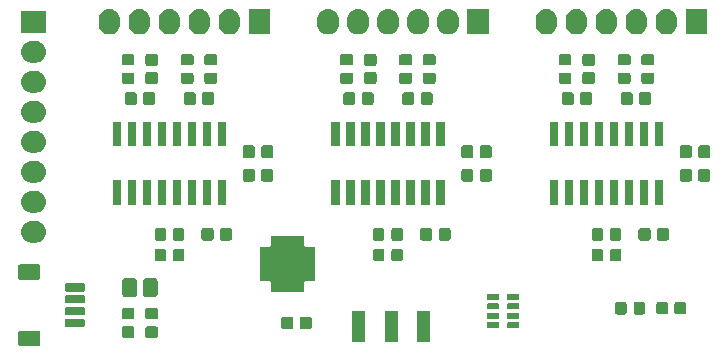
<source format=gts>
G04 #@! TF.GenerationSoftware,KiCad,Pcbnew,(5.1.0-0)*
G04 #@! TF.CreationDate,2019-05-28T11:35:41+09:30*
G04 #@! TF.ProjectId,triax-loadwing,74726961-782d-46c6-9f61-6477696e672e,V1.0*
G04 #@! TF.SameCoordinates,Original*
G04 #@! TF.FileFunction,Soldermask,Top*
G04 #@! TF.FilePolarity,Negative*
%FSLAX46Y46*%
G04 Gerber Fmt 4.6, Leading zero omitted, Abs format (unit mm)*
G04 Created by KiCad (PCBNEW (5.1.0-0)) date 2019-05-28 11:35:41*
%MOMM*%
%LPD*%
G04 APERTURE LIST*
%ADD10C,0.100000*%
G04 APERTURE END LIST*
D10*
G36*
X137416656Y-88153394D02*
G01*
X137453656Y-88164618D01*
X137487748Y-88182840D01*
X137517634Y-88207366D01*
X137542160Y-88237252D01*
X137560382Y-88271344D01*
X137571606Y-88308344D01*
X137576000Y-88352956D01*
X137576000Y-89247044D01*
X137571606Y-89291656D01*
X137560382Y-89328656D01*
X137542160Y-89362748D01*
X137517634Y-89392634D01*
X137487748Y-89417160D01*
X137453656Y-89435382D01*
X137416656Y-89446606D01*
X137372044Y-89451000D01*
X135877956Y-89451000D01*
X135833344Y-89446606D01*
X135796344Y-89435382D01*
X135762252Y-89417160D01*
X135732366Y-89392634D01*
X135707840Y-89362748D01*
X135689618Y-89328656D01*
X135678394Y-89291656D01*
X135674000Y-89247044D01*
X135674000Y-88352956D01*
X135678394Y-88308344D01*
X135689618Y-88271344D01*
X135707840Y-88237252D01*
X135732366Y-88207366D01*
X135762252Y-88182840D01*
X135796344Y-88164618D01*
X135833344Y-88153394D01*
X135877956Y-88149000D01*
X137372044Y-88149000D01*
X137416656Y-88153394D01*
X137416656Y-88153394D01*
G37*
G36*
X167836000Y-89086000D02*
G01*
X166764000Y-89086000D01*
X166764000Y-86514000D01*
X167836000Y-86514000D01*
X167836000Y-89086000D01*
X167836000Y-89086000D01*
G37*
G36*
X165036000Y-89086000D02*
G01*
X163964000Y-89086000D01*
X163964000Y-86514000D01*
X165036000Y-86514000D01*
X165036000Y-89086000D01*
X165036000Y-89086000D01*
G37*
G36*
X170536000Y-89086000D02*
G01*
X169464000Y-89086000D01*
X169464000Y-86514000D01*
X170536000Y-86514000D01*
X170536000Y-89086000D01*
X170536000Y-89086000D01*
G37*
G36*
X145399618Y-87802965D02*
G01*
X145432433Y-87812919D01*
X145462664Y-87829078D01*
X145489170Y-87850830D01*
X145510921Y-87877335D01*
X145527081Y-87907567D01*
X145537035Y-87940382D01*
X145541000Y-87980640D01*
X145541000Y-88569360D01*
X145537035Y-88609618D01*
X145527081Y-88642433D01*
X145510921Y-88672665D01*
X145489170Y-88699170D01*
X145462665Y-88720921D01*
X145432433Y-88737081D01*
X145399618Y-88747035D01*
X145359360Y-88751000D01*
X144640640Y-88751000D01*
X144600382Y-88747035D01*
X144567567Y-88737081D01*
X144537335Y-88720921D01*
X144510830Y-88699170D01*
X144489079Y-88672665D01*
X144472919Y-88642433D01*
X144462965Y-88609618D01*
X144459000Y-88569360D01*
X144459000Y-87980640D01*
X144462965Y-87940382D01*
X144472919Y-87907567D01*
X144489079Y-87877335D01*
X144510830Y-87850830D01*
X144537336Y-87829078D01*
X144567567Y-87812919D01*
X144600382Y-87802965D01*
X144640640Y-87799000D01*
X145359360Y-87799000D01*
X145399618Y-87802965D01*
X145399618Y-87802965D01*
G37*
G36*
X147399618Y-87802965D02*
G01*
X147432433Y-87812919D01*
X147462664Y-87829078D01*
X147489170Y-87850830D01*
X147510921Y-87877335D01*
X147527081Y-87907567D01*
X147537035Y-87940382D01*
X147541000Y-87980640D01*
X147541000Y-88569360D01*
X147537035Y-88609618D01*
X147527081Y-88642433D01*
X147510921Y-88672665D01*
X147489170Y-88699170D01*
X147462665Y-88720921D01*
X147432433Y-88737081D01*
X147399618Y-88747035D01*
X147359360Y-88751000D01*
X146640640Y-88751000D01*
X146600382Y-88747035D01*
X146567567Y-88737081D01*
X146537335Y-88720921D01*
X146510830Y-88699170D01*
X146489079Y-88672665D01*
X146472919Y-88642433D01*
X146462965Y-88609618D01*
X146459000Y-88569360D01*
X146459000Y-87980640D01*
X146462965Y-87940382D01*
X146472919Y-87907567D01*
X146489079Y-87877335D01*
X146510830Y-87850830D01*
X146537336Y-87829078D01*
X146567567Y-87812919D01*
X146600382Y-87802965D01*
X146640640Y-87799000D01*
X147359360Y-87799000D01*
X147399618Y-87802965D01*
X147399618Y-87802965D01*
G37*
G36*
X160380536Y-86968301D02*
G01*
X160416622Y-86979248D01*
X160449892Y-86997031D01*
X160479044Y-87020956D01*
X160502969Y-87050108D01*
X160520752Y-87083378D01*
X160531699Y-87119464D01*
X160536000Y-87163138D01*
X160536000Y-87836862D01*
X160531699Y-87880536D01*
X160520752Y-87916622D01*
X160502969Y-87949892D01*
X160479044Y-87979044D01*
X160449892Y-88002969D01*
X160416622Y-88020752D01*
X160380536Y-88031699D01*
X160336862Y-88036000D01*
X159713138Y-88036000D01*
X159669464Y-88031699D01*
X159633378Y-88020752D01*
X159600108Y-88002969D01*
X159570956Y-87979044D01*
X159547031Y-87949892D01*
X159529248Y-87916622D01*
X159518301Y-87880536D01*
X159514000Y-87836862D01*
X159514000Y-87163138D01*
X159518301Y-87119464D01*
X159529248Y-87083378D01*
X159547031Y-87050108D01*
X159570956Y-87020956D01*
X159600108Y-86997031D01*
X159633378Y-86979248D01*
X159669464Y-86968301D01*
X159713138Y-86964000D01*
X160336862Y-86964000D01*
X160380536Y-86968301D01*
X160380536Y-86968301D01*
G37*
G36*
X158830536Y-86968301D02*
G01*
X158866622Y-86979248D01*
X158899892Y-86997031D01*
X158929044Y-87020956D01*
X158952969Y-87050108D01*
X158970752Y-87083378D01*
X158981699Y-87119464D01*
X158986000Y-87163138D01*
X158986000Y-87836862D01*
X158981699Y-87880536D01*
X158970752Y-87916622D01*
X158952969Y-87949892D01*
X158929044Y-87979044D01*
X158899892Y-88002969D01*
X158866622Y-88020752D01*
X158830536Y-88031699D01*
X158786862Y-88036000D01*
X158163138Y-88036000D01*
X158119464Y-88031699D01*
X158083378Y-88020752D01*
X158050108Y-88002969D01*
X158020956Y-87979044D01*
X157997031Y-87949892D01*
X157979248Y-87916622D01*
X157968301Y-87880536D01*
X157964000Y-87836862D01*
X157964000Y-87163138D01*
X157968301Y-87119464D01*
X157979248Y-87083378D01*
X157997031Y-87050108D01*
X158020956Y-87020956D01*
X158050108Y-86997031D01*
X158083378Y-86979248D01*
X158119464Y-86968301D01*
X158163138Y-86964000D01*
X158786862Y-86964000D01*
X158830536Y-86968301D01*
X158830536Y-86968301D01*
G37*
G36*
X176350170Y-87450803D02*
G01*
X176361875Y-87454354D01*
X176372665Y-87460121D01*
X176382119Y-87467881D01*
X176389879Y-87477335D01*
X176395646Y-87488125D01*
X176399197Y-87499830D01*
X176401000Y-87518138D01*
X176401000Y-87881862D01*
X176399197Y-87900170D01*
X176395646Y-87911875D01*
X176389879Y-87922665D01*
X176382119Y-87932119D01*
X176372665Y-87939879D01*
X176361875Y-87945646D01*
X176350170Y-87949197D01*
X176331862Y-87951000D01*
X175468138Y-87951000D01*
X175449830Y-87949197D01*
X175438125Y-87945646D01*
X175427335Y-87939879D01*
X175417881Y-87932119D01*
X175410121Y-87922665D01*
X175404354Y-87911875D01*
X175400803Y-87900170D01*
X175399000Y-87881862D01*
X175399000Y-87518138D01*
X175400803Y-87499830D01*
X175404354Y-87488125D01*
X175410121Y-87477335D01*
X175417881Y-87467881D01*
X175427335Y-87460121D01*
X175438125Y-87454354D01*
X175449830Y-87450803D01*
X175468138Y-87449000D01*
X176331862Y-87449000D01*
X176350170Y-87450803D01*
X176350170Y-87450803D01*
G37*
G36*
X178050170Y-87450803D02*
G01*
X178061875Y-87454354D01*
X178072665Y-87460121D01*
X178082119Y-87467881D01*
X178089879Y-87477335D01*
X178095646Y-87488125D01*
X178099197Y-87499830D01*
X178101000Y-87518138D01*
X178101000Y-87881862D01*
X178099197Y-87900170D01*
X178095646Y-87911875D01*
X178089879Y-87922665D01*
X178082119Y-87932119D01*
X178072665Y-87939879D01*
X178061875Y-87945646D01*
X178050170Y-87949197D01*
X178031862Y-87951000D01*
X177168138Y-87951000D01*
X177149830Y-87949197D01*
X177138125Y-87945646D01*
X177127335Y-87939879D01*
X177117881Y-87932119D01*
X177110121Y-87922665D01*
X177104354Y-87911875D01*
X177100803Y-87900170D01*
X177099000Y-87881862D01*
X177099000Y-87518138D01*
X177100803Y-87499830D01*
X177104354Y-87488125D01*
X177110121Y-87477335D01*
X177117881Y-87467881D01*
X177127335Y-87460121D01*
X177138125Y-87454354D01*
X177149830Y-87450803D01*
X177168138Y-87449000D01*
X178031862Y-87449000D01*
X178050170Y-87450803D01*
X178050170Y-87450803D01*
G37*
G36*
X141234928Y-87151764D02*
G01*
X141256009Y-87158160D01*
X141275445Y-87168548D01*
X141292476Y-87182524D01*
X141306452Y-87199555D01*
X141316840Y-87218991D01*
X141323236Y-87240072D01*
X141326000Y-87268140D01*
X141326000Y-87731860D01*
X141323236Y-87759928D01*
X141316840Y-87781009D01*
X141306452Y-87800445D01*
X141292476Y-87817476D01*
X141275445Y-87831452D01*
X141256009Y-87841840D01*
X141234928Y-87848236D01*
X141206860Y-87851000D01*
X139793140Y-87851000D01*
X139765072Y-87848236D01*
X139743991Y-87841840D01*
X139724555Y-87831452D01*
X139707524Y-87817476D01*
X139693548Y-87800445D01*
X139683160Y-87781009D01*
X139676764Y-87759928D01*
X139674000Y-87731860D01*
X139674000Y-87268140D01*
X139676764Y-87240072D01*
X139683160Y-87218991D01*
X139693548Y-87199555D01*
X139707524Y-87182524D01*
X139724555Y-87168548D01*
X139743991Y-87158160D01*
X139765072Y-87151764D01*
X139793140Y-87149000D01*
X141206860Y-87149000D01*
X141234928Y-87151764D01*
X141234928Y-87151764D01*
G37*
G36*
X147399618Y-86252965D02*
G01*
X147432433Y-86262919D01*
X147462665Y-86279079D01*
X147489170Y-86300830D01*
X147510921Y-86327335D01*
X147527081Y-86357567D01*
X147537035Y-86390382D01*
X147541000Y-86430640D01*
X147541000Y-87019360D01*
X147537035Y-87059618D01*
X147527081Y-87092433D01*
X147510921Y-87122665D01*
X147489170Y-87149170D01*
X147462665Y-87170921D01*
X147432433Y-87187081D01*
X147399618Y-87197035D01*
X147359360Y-87201000D01*
X146640640Y-87201000D01*
X146600382Y-87197035D01*
X146567567Y-87187081D01*
X146537335Y-87170921D01*
X146510830Y-87149170D01*
X146489079Y-87122665D01*
X146472919Y-87092433D01*
X146462965Y-87059618D01*
X146459000Y-87019360D01*
X146459000Y-86430640D01*
X146462965Y-86390382D01*
X146472919Y-86357567D01*
X146489079Y-86327335D01*
X146510830Y-86300830D01*
X146537335Y-86279079D01*
X146567567Y-86262919D01*
X146600382Y-86252965D01*
X146640640Y-86249000D01*
X147359360Y-86249000D01*
X147399618Y-86252965D01*
X147399618Y-86252965D01*
G37*
G36*
X145399618Y-86252965D02*
G01*
X145432433Y-86262919D01*
X145462665Y-86279079D01*
X145489170Y-86300830D01*
X145510921Y-86327335D01*
X145527081Y-86357567D01*
X145537035Y-86390382D01*
X145541000Y-86430640D01*
X145541000Y-87019360D01*
X145537035Y-87059618D01*
X145527081Y-87092433D01*
X145510921Y-87122665D01*
X145489170Y-87149170D01*
X145462665Y-87170921D01*
X145432433Y-87187081D01*
X145399618Y-87197035D01*
X145359360Y-87201000D01*
X144640640Y-87201000D01*
X144600382Y-87197035D01*
X144567567Y-87187081D01*
X144537335Y-87170921D01*
X144510830Y-87149170D01*
X144489079Y-87122665D01*
X144472919Y-87092433D01*
X144462965Y-87059618D01*
X144459000Y-87019360D01*
X144459000Y-86430640D01*
X144462965Y-86390382D01*
X144472919Y-86357567D01*
X144489079Y-86327335D01*
X144510830Y-86300830D01*
X144537335Y-86279079D01*
X144567567Y-86262919D01*
X144600382Y-86252965D01*
X144640640Y-86249000D01*
X145359360Y-86249000D01*
X145399618Y-86252965D01*
X145399618Y-86252965D01*
G37*
G36*
X176350170Y-86650803D02*
G01*
X176361875Y-86654354D01*
X176372665Y-86660121D01*
X176382119Y-86667881D01*
X176389879Y-86677335D01*
X176395646Y-86688125D01*
X176399197Y-86699830D01*
X176401000Y-86718138D01*
X176401000Y-87081862D01*
X176399197Y-87100170D01*
X176395646Y-87111875D01*
X176389879Y-87122665D01*
X176382119Y-87132119D01*
X176372665Y-87139879D01*
X176361875Y-87145646D01*
X176350170Y-87149197D01*
X176331862Y-87151000D01*
X175468138Y-87151000D01*
X175449830Y-87149197D01*
X175438125Y-87145646D01*
X175427335Y-87139879D01*
X175417881Y-87132119D01*
X175410121Y-87122665D01*
X175404354Y-87111875D01*
X175400803Y-87100170D01*
X175399000Y-87081862D01*
X175399000Y-86718138D01*
X175400803Y-86699830D01*
X175404354Y-86688125D01*
X175410121Y-86677335D01*
X175417881Y-86667881D01*
X175427335Y-86660121D01*
X175438125Y-86654354D01*
X175449830Y-86650803D01*
X175468138Y-86649000D01*
X176331862Y-86649000D01*
X176350170Y-86650803D01*
X176350170Y-86650803D01*
G37*
G36*
X178050170Y-86650803D02*
G01*
X178061875Y-86654354D01*
X178072665Y-86660121D01*
X178082119Y-86667881D01*
X178089879Y-86677335D01*
X178095646Y-86688125D01*
X178099197Y-86699830D01*
X178101000Y-86718138D01*
X178101000Y-87081862D01*
X178099197Y-87100170D01*
X178095646Y-87111875D01*
X178089879Y-87122665D01*
X178082119Y-87132119D01*
X178072665Y-87139879D01*
X178061875Y-87145646D01*
X178050170Y-87149197D01*
X178031862Y-87151000D01*
X177168138Y-87151000D01*
X177149830Y-87149197D01*
X177138125Y-87145646D01*
X177127335Y-87139879D01*
X177117881Y-87132119D01*
X177110121Y-87122665D01*
X177104354Y-87111875D01*
X177100803Y-87100170D01*
X177099000Y-87081862D01*
X177099000Y-86718138D01*
X177100803Y-86699830D01*
X177104354Y-86688125D01*
X177110121Y-86677335D01*
X177117881Y-86667881D01*
X177127335Y-86660121D01*
X177138125Y-86654354D01*
X177149830Y-86650803D01*
X177168138Y-86649000D01*
X178031862Y-86649000D01*
X178050170Y-86650803D01*
X178050170Y-86650803D01*
G37*
G36*
X141234928Y-86151764D02*
G01*
X141256009Y-86158160D01*
X141275445Y-86168548D01*
X141292476Y-86182524D01*
X141306452Y-86199555D01*
X141316840Y-86218991D01*
X141323236Y-86240072D01*
X141326000Y-86268140D01*
X141326000Y-86731860D01*
X141323236Y-86759928D01*
X141316840Y-86781009D01*
X141306452Y-86800445D01*
X141292476Y-86817476D01*
X141275445Y-86831452D01*
X141256009Y-86841840D01*
X141234928Y-86848236D01*
X141206860Y-86851000D01*
X139793140Y-86851000D01*
X139765072Y-86848236D01*
X139743991Y-86841840D01*
X139724555Y-86831452D01*
X139707524Y-86817476D01*
X139693548Y-86800445D01*
X139683160Y-86781009D01*
X139676764Y-86759928D01*
X139674000Y-86731860D01*
X139674000Y-86268140D01*
X139676764Y-86240072D01*
X139683160Y-86218991D01*
X139693548Y-86199555D01*
X139707524Y-86182524D01*
X139724555Y-86168548D01*
X139743991Y-86158160D01*
X139765072Y-86151764D01*
X139793140Y-86149000D01*
X141206860Y-86149000D01*
X141234928Y-86151764D01*
X141234928Y-86151764D01*
G37*
G36*
X188609618Y-85712965D02*
G01*
X188642433Y-85722919D01*
X188672665Y-85739079D01*
X188699170Y-85760830D01*
X188720921Y-85787335D01*
X188737081Y-85817567D01*
X188747035Y-85850382D01*
X188751000Y-85890640D01*
X188751000Y-86609360D01*
X188747035Y-86649618D01*
X188737081Y-86682433D01*
X188720921Y-86712665D01*
X188699170Y-86739170D01*
X188672665Y-86760921D01*
X188642433Y-86777081D01*
X188609618Y-86787035D01*
X188569360Y-86791000D01*
X187980640Y-86791000D01*
X187940382Y-86787035D01*
X187907567Y-86777081D01*
X187877335Y-86760921D01*
X187850830Y-86739170D01*
X187829079Y-86712665D01*
X187812919Y-86682433D01*
X187802965Y-86649618D01*
X187799000Y-86609360D01*
X187799000Y-85890640D01*
X187802965Y-85850382D01*
X187812919Y-85817567D01*
X187829079Y-85787335D01*
X187850830Y-85760830D01*
X187877335Y-85739079D01*
X187907567Y-85722919D01*
X187940382Y-85712965D01*
X187980640Y-85709000D01*
X188569360Y-85709000D01*
X188609618Y-85712965D01*
X188609618Y-85712965D01*
G37*
G36*
X187059618Y-85712965D02*
G01*
X187092433Y-85722919D01*
X187122665Y-85739079D01*
X187149170Y-85760830D01*
X187170921Y-85787335D01*
X187187081Y-85817567D01*
X187197035Y-85850382D01*
X187201000Y-85890640D01*
X187201000Y-86609360D01*
X187197035Y-86649618D01*
X187187081Y-86682433D01*
X187170921Y-86712665D01*
X187149170Y-86739170D01*
X187122665Y-86760921D01*
X187092433Y-86777081D01*
X187059618Y-86787035D01*
X187019360Y-86791000D01*
X186430640Y-86791000D01*
X186390382Y-86787035D01*
X186357567Y-86777081D01*
X186327335Y-86760921D01*
X186300830Y-86739170D01*
X186279079Y-86712665D01*
X186262919Y-86682433D01*
X186252965Y-86649618D01*
X186249000Y-86609360D01*
X186249000Y-85890640D01*
X186252965Y-85850382D01*
X186262919Y-85817567D01*
X186279079Y-85787335D01*
X186300830Y-85760830D01*
X186327335Y-85739079D01*
X186357567Y-85722919D01*
X186390382Y-85712965D01*
X186430640Y-85709000D01*
X187019360Y-85709000D01*
X187059618Y-85712965D01*
X187059618Y-85712965D01*
G37*
G36*
X192112548Y-85738253D02*
G01*
X192148167Y-85749059D01*
X192181001Y-85766609D01*
X192209776Y-85790224D01*
X192233391Y-85818999D01*
X192250941Y-85851833D01*
X192261747Y-85887452D01*
X192266000Y-85930640D01*
X192266000Y-86569360D01*
X192261747Y-86612548D01*
X192250941Y-86648167D01*
X192233391Y-86681001D01*
X192209776Y-86709776D01*
X192181001Y-86733391D01*
X192148167Y-86750941D01*
X192112548Y-86761747D01*
X192069360Y-86766000D01*
X191450640Y-86766000D01*
X191407452Y-86761747D01*
X191371833Y-86750941D01*
X191338999Y-86733391D01*
X191310224Y-86709776D01*
X191286609Y-86681001D01*
X191269059Y-86648167D01*
X191258253Y-86612548D01*
X191254000Y-86569360D01*
X191254000Y-85930640D01*
X191258253Y-85887452D01*
X191269059Y-85851833D01*
X191286609Y-85818999D01*
X191310224Y-85790224D01*
X191338999Y-85766609D01*
X191371833Y-85749059D01*
X191407452Y-85738253D01*
X191450640Y-85734000D01*
X192069360Y-85734000D01*
X192112548Y-85738253D01*
X192112548Y-85738253D01*
G37*
G36*
X190592548Y-85738253D02*
G01*
X190628167Y-85749059D01*
X190661001Y-85766609D01*
X190689776Y-85790224D01*
X190713391Y-85818999D01*
X190730941Y-85851833D01*
X190741747Y-85887452D01*
X190746000Y-85930640D01*
X190746000Y-86569360D01*
X190741747Y-86612548D01*
X190730941Y-86648167D01*
X190713391Y-86681001D01*
X190689776Y-86709776D01*
X190661001Y-86733391D01*
X190628167Y-86750941D01*
X190592548Y-86761747D01*
X190549360Y-86766000D01*
X189930640Y-86766000D01*
X189887452Y-86761747D01*
X189851833Y-86750941D01*
X189818999Y-86733391D01*
X189790224Y-86709776D01*
X189766609Y-86681001D01*
X189749059Y-86648167D01*
X189738253Y-86612548D01*
X189734000Y-86569360D01*
X189734000Y-85930640D01*
X189738253Y-85887452D01*
X189749059Y-85851833D01*
X189766609Y-85818999D01*
X189790224Y-85790224D01*
X189818999Y-85766609D01*
X189851833Y-85749059D01*
X189887452Y-85738253D01*
X189930640Y-85734000D01*
X190549360Y-85734000D01*
X190592548Y-85738253D01*
X190592548Y-85738253D01*
G37*
G36*
X178050170Y-85850803D02*
G01*
X178061875Y-85854354D01*
X178072665Y-85860121D01*
X178082119Y-85867881D01*
X178089879Y-85877335D01*
X178095646Y-85888125D01*
X178099197Y-85899830D01*
X178101000Y-85918138D01*
X178101000Y-86281862D01*
X178099197Y-86300170D01*
X178095646Y-86311875D01*
X178089879Y-86322665D01*
X178082119Y-86332119D01*
X178072665Y-86339879D01*
X178061875Y-86345646D01*
X178050170Y-86349197D01*
X178031862Y-86351000D01*
X177168138Y-86351000D01*
X177149830Y-86349197D01*
X177138125Y-86345646D01*
X177127335Y-86339879D01*
X177117881Y-86332119D01*
X177110121Y-86322665D01*
X177104354Y-86311875D01*
X177100803Y-86300170D01*
X177099000Y-86281862D01*
X177099000Y-85918138D01*
X177100803Y-85899830D01*
X177104354Y-85888125D01*
X177110121Y-85877335D01*
X177117881Y-85867881D01*
X177127335Y-85860121D01*
X177138125Y-85854354D01*
X177149830Y-85850803D01*
X177168138Y-85849000D01*
X178031862Y-85849000D01*
X178050170Y-85850803D01*
X178050170Y-85850803D01*
G37*
G36*
X176350170Y-85850803D02*
G01*
X176361875Y-85854354D01*
X176372665Y-85860121D01*
X176382119Y-85867881D01*
X176389879Y-85877335D01*
X176395646Y-85888125D01*
X176399197Y-85899830D01*
X176401000Y-85918138D01*
X176401000Y-86281862D01*
X176399197Y-86300170D01*
X176395646Y-86311875D01*
X176389879Y-86322665D01*
X176382119Y-86332119D01*
X176372665Y-86339879D01*
X176361875Y-86345646D01*
X176350170Y-86349197D01*
X176331862Y-86351000D01*
X175468138Y-86351000D01*
X175449830Y-86349197D01*
X175438125Y-86345646D01*
X175427335Y-86339879D01*
X175417881Y-86332119D01*
X175410121Y-86322665D01*
X175404354Y-86311875D01*
X175400803Y-86300170D01*
X175399000Y-86281862D01*
X175399000Y-85918138D01*
X175400803Y-85899830D01*
X175404354Y-85888125D01*
X175410121Y-85877335D01*
X175417881Y-85867881D01*
X175427335Y-85860121D01*
X175438125Y-85854354D01*
X175449830Y-85850803D01*
X175468138Y-85849000D01*
X176331862Y-85849000D01*
X176350170Y-85850803D01*
X176350170Y-85850803D01*
G37*
G36*
X141234928Y-85151764D02*
G01*
X141256009Y-85158160D01*
X141275445Y-85168548D01*
X141292476Y-85182524D01*
X141306452Y-85199555D01*
X141316840Y-85218991D01*
X141323236Y-85240072D01*
X141326000Y-85268140D01*
X141326000Y-85731860D01*
X141323236Y-85759928D01*
X141316840Y-85781009D01*
X141306452Y-85800445D01*
X141292476Y-85817476D01*
X141275445Y-85831452D01*
X141256009Y-85841840D01*
X141234928Y-85848236D01*
X141206860Y-85851000D01*
X139793140Y-85851000D01*
X139765072Y-85848236D01*
X139743991Y-85841840D01*
X139724555Y-85831452D01*
X139707524Y-85817476D01*
X139693548Y-85800445D01*
X139683160Y-85781009D01*
X139676764Y-85759928D01*
X139674000Y-85731860D01*
X139674000Y-85268140D01*
X139676764Y-85240072D01*
X139683160Y-85218991D01*
X139693548Y-85199555D01*
X139707524Y-85182524D01*
X139724555Y-85168548D01*
X139743991Y-85158160D01*
X139765072Y-85151764D01*
X139793140Y-85149000D01*
X141206860Y-85149000D01*
X141234928Y-85151764D01*
X141234928Y-85151764D01*
G37*
G36*
X176350170Y-85050803D02*
G01*
X176361875Y-85054354D01*
X176372665Y-85060121D01*
X176382119Y-85067881D01*
X176389879Y-85077335D01*
X176395646Y-85088125D01*
X176399197Y-85099830D01*
X176401000Y-85118138D01*
X176401000Y-85481862D01*
X176399197Y-85500170D01*
X176395646Y-85511875D01*
X176389879Y-85522665D01*
X176382119Y-85532119D01*
X176372665Y-85539879D01*
X176361875Y-85545646D01*
X176350170Y-85549197D01*
X176331862Y-85551000D01*
X175468138Y-85551000D01*
X175449830Y-85549197D01*
X175438125Y-85545646D01*
X175427335Y-85539879D01*
X175417881Y-85532119D01*
X175410121Y-85522665D01*
X175404354Y-85511875D01*
X175400803Y-85500170D01*
X175399000Y-85481862D01*
X175399000Y-85118138D01*
X175400803Y-85099830D01*
X175404354Y-85088125D01*
X175410121Y-85077335D01*
X175417881Y-85067881D01*
X175427335Y-85060121D01*
X175438125Y-85054354D01*
X175449830Y-85050803D01*
X175468138Y-85049000D01*
X176331862Y-85049000D01*
X176350170Y-85050803D01*
X176350170Y-85050803D01*
G37*
G36*
X178050170Y-85050803D02*
G01*
X178061875Y-85054354D01*
X178072665Y-85060121D01*
X178082119Y-85067881D01*
X178089879Y-85077335D01*
X178095646Y-85088125D01*
X178099197Y-85099830D01*
X178101000Y-85118138D01*
X178101000Y-85481862D01*
X178099197Y-85500170D01*
X178095646Y-85511875D01*
X178089879Y-85522665D01*
X178082119Y-85532119D01*
X178072665Y-85539879D01*
X178061875Y-85545646D01*
X178050170Y-85549197D01*
X178031862Y-85551000D01*
X177168138Y-85551000D01*
X177149830Y-85549197D01*
X177138125Y-85545646D01*
X177127335Y-85539879D01*
X177117881Y-85532119D01*
X177110121Y-85522665D01*
X177104354Y-85511875D01*
X177100803Y-85500170D01*
X177099000Y-85481862D01*
X177099000Y-85118138D01*
X177100803Y-85099830D01*
X177104354Y-85088125D01*
X177110121Y-85077335D01*
X177117881Y-85067881D01*
X177127335Y-85060121D01*
X177138125Y-85054354D01*
X177149830Y-85050803D01*
X177168138Y-85049000D01*
X178031862Y-85049000D01*
X178050170Y-85050803D01*
X178050170Y-85050803D01*
G37*
G36*
X147302238Y-83719454D02*
G01*
X147349590Y-83733818D01*
X147393222Y-83757140D01*
X147431471Y-83788529D01*
X147462860Y-83826778D01*
X147486182Y-83870410D01*
X147500546Y-83917762D01*
X147506000Y-83973140D01*
X147506000Y-85026860D01*
X147500546Y-85082238D01*
X147486182Y-85129590D01*
X147462860Y-85173222D01*
X147431471Y-85211471D01*
X147393222Y-85242860D01*
X147349590Y-85266182D01*
X147302238Y-85280546D01*
X147246860Y-85286000D01*
X146503140Y-85286000D01*
X146447762Y-85280546D01*
X146400410Y-85266182D01*
X146356778Y-85242860D01*
X146318529Y-85211471D01*
X146287140Y-85173222D01*
X146263818Y-85129590D01*
X146249454Y-85082238D01*
X146244000Y-85026860D01*
X146244000Y-83973140D01*
X146249454Y-83917762D01*
X146263818Y-83870410D01*
X146287140Y-83826778D01*
X146318529Y-83788529D01*
X146356778Y-83757140D01*
X146400410Y-83733818D01*
X146447762Y-83719454D01*
X146503140Y-83714000D01*
X147246860Y-83714000D01*
X147302238Y-83719454D01*
X147302238Y-83719454D01*
G37*
G36*
X145552238Y-83719454D02*
G01*
X145599590Y-83733818D01*
X145643222Y-83757140D01*
X145681471Y-83788529D01*
X145712860Y-83826778D01*
X145736182Y-83870410D01*
X145750546Y-83917762D01*
X145756000Y-83973140D01*
X145756000Y-85026860D01*
X145750546Y-85082238D01*
X145736182Y-85129590D01*
X145712860Y-85173222D01*
X145681471Y-85211471D01*
X145643222Y-85242860D01*
X145599590Y-85266182D01*
X145552238Y-85280546D01*
X145496860Y-85286000D01*
X144753140Y-85286000D01*
X144697762Y-85280546D01*
X144650410Y-85266182D01*
X144606778Y-85242860D01*
X144568529Y-85211471D01*
X144537140Y-85173222D01*
X144513818Y-85129590D01*
X144499454Y-85082238D01*
X144494000Y-85026860D01*
X144494000Y-83973140D01*
X144499454Y-83917762D01*
X144513818Y-83870410D01*
X144537140Y-83826778D01*
X144568529Y-83788529D01*
X144606778Y-83757140D01*
X144650410Y-83733818D01*
X144697762Y-83719454D01*
X144753140Y-83714000D01*
X145496860Y-83714000D01*
X145552238Y-83719454D01*
X145552238Y-83719454D01*
G37*
G36*
X141234928Y-84151764D02*
G01*
X141256009Y-84158160D01*
X141275445Y-84168548D01*
X141292476Y-84182524D01*
X141306452Y-84199555D01*
X141316840Y-84218991D01*
X141323236Y-84240072D01*
X141326000Y-84268140D01*
X141326000Y-84731860D01*
X141323236Y-84759928D01*
X141316840Y-84781009D01*
X141306452Y-84800445D01*
X141292476Y-84817476D01*
X141275445Y-84831452D01*
X141256009Y-84841840D01*
X141234928Y-84848236D01*
X141206860Y-84851000D01*
X139793140Y-84851000D01*
X139765072Y-84848236D01*
X139743991Y-84841840D01*
X139724555Y-84831452D01*
X139707524Y-84817476D01*
X139693548Y-84800445D01*
X139683160Y-84781009D01*
X139676764Y-84759928D01*
X139674000Y-84731860D01*
X139674000Y-84268140D01*
X139676764Y-84240072D01*
X139683160Y-84218991D01*
X139693548Y-84199555D01*
X139707524Y-84182524D01*
X139724555Y-84168548D01*
X139743991Y-84158160D01*
X139765072Y-84151764D01*
X139793140Y-84149000D01*
X141206860Y-84149000D01*
X141234928Y-84151764D01*
X141234928Y-84151764D01*
G37*
G36*
X159931000Y-80944001D02*
G01*
X159933402Y-80968387D01*
X159940515Y-80991836D01*
X159952066Y-81013447D01*
X159967611Y-81032389D01*
X159986553Y-81047934D01*
X160008164Y-81059485D01*
X160031613Y-81066598D01*
X160055999Y-81069000D01*
X160841000Y-81069000D01*
X160841000Y-83931000D01*
X160055999Y-83931000D01*
X160031613Y-83933402D01*
X160008164Y-83940515D01*
X159986553Y-83952066D01*
X159967611Y-83967611D01*
X159952066Y-83986553D01*
X159940515Y-84008164D01*
X159933402Y-84031613D01*
X159931000Y-84055999D01*
X159931000Y-84841000D01*
X157069000Y-84841000D01*
X157069000Y-84055999D01*
X157066598Y-84031613D01*
X157059485Y-84008164D01*
X157047934Y-83986553D01*
X157032389Y-83967611D01*
X157013447Y-83952066D01*
X156991836Y-83940515D01*
X156968387Y-83933402D01*
X156944001Y-83931000D01*
X156159000Y-83931000D01*
X156159000Y-81069000D01*
X156944001Y-81069000D01*
X156968387Y-81066598D01*
X156991836Y-81059485D01*
X157013447Y-81047934D01*
X157032389Y-81032389D01*
X157047934Y-81013447D01*
X157059485Y-80991836D01*
X157066598Y-80968387D01*
X157069000Y-80944001D01*
X157069000Y-80159000D01*
X159931000Y-80159000D01*
X159931000Y-80944001D01*
X159931000Y-80944001D01*
G37*
G36*
X137416656Y-82553394D02*
G01*
X137453656Y-82564618D01*
X137487748Y-82582840D01*
X137517634Y-82607366D01*
X137542160Y-82637252D01*
X137560382Y-82671344D01*
X137571606Y-82708344D01*
X137576000Y-82752956D01*
X137576000Y-83647044D01*
X137571606Y-83691656D01*
X137560382Y-83728656D01*
X137542160Y-83762748D01*
X137517634Y-83792634D01*
X137487748Y-83817160D01*
X137453656Y-83835382D01*
X137416656Y-83846606D01*
X137372044Y-83851000D01*
X135877956Y-83851000D01*
X135833344Y-83846606D01*
X135796344Y-83835382D01*
X135762252Y-83817160D01*
X135732366Y-83792634D01*
X135707840Y-83762748D01*
X135689618Y-83728656D01*
X135678394Y-83691656D01*
X135674000Y-83647044D01*
X135674000Y-82752956D01*
X135678394Y-82708344D01*
X135689618Y-82671344D01*
X135707840Y-82637252D01*
X135732366Y-82607366D01*
X135762252Y-82582840D01*
X135796344Y-82564618D01*
X135833344Y-82553394D01*
X135877956Y-82549000D01*
X137372044Y-82549000D01*
X137416656Y-82553394D01*
X137416656Y-82553394D01*
G37*
G36*
X186609618Y-81212965D02*
G01*
X186642433Y-81222919D01*
X186672665Y-81239079D01*
X186699170Y-81260830D01*
X186720921Y-81287335D01*
X186737081Y-81317567D01*
X186747035Y-81350382D01*
X186751000Y-81390640D01*
X186751000Y-82109360D01*
X186747035Y-82149618D01*
X186737081Y-82182433D01*
X186720921Y-82212665D01*
X186699170Y-82239170D01*
X186672665Y-82260921D01*
X186642433Y-82277081D01*
X186609618Y-82287035D01*
X186569360Y-82291000D01*
X185980640Y-82291000D01*
X185940382Y-82287035D01*
X185907567Y-82277081D01*
X185877335Y-82260921D01*
X185850830Y-82239170D01*
X185829079Y-82212665D01*
X185812919Y-82182433D01*
X185802965Y-82149618D01*
X185799000Y-82109360D01*
X185799000Y-81390640D01*
X185802965Y-81350382D01*
X185812919Y-81317567D01*
X185829079Y-81287335D01*
X185850830Y-81260830D01*
X185877335Y-81239079D01*
X185907567Y-81222919D01*
X185940382Y-81212965D01*
X185980640Y-81209000D01*
X186569360Y-81209000D01*
X186609618Y-81212965D01*
X186609618Y-81212965D01*
G37*
G36*
X185059618Y-81212965D02*
G01*
X185092433Y-81222919D01*
X185122665Y-81239079D01*
X185149170Y-81260830D01*
X185170921Y-81287335D01*
X185187081Y-81317567D01*
X185197035Y-81350382D01*
X185201000Y-81390640D01*
X185201000Y-82109360D01*
X185197035Y-82149618D01*
X185187081Y-82182433D01*
X185170921Y-82212665D01*
X185149170Y-82239170D01*
X185122665Y-82260921D01*
X185092433Y-82277081D01*
X185059618Y-82287035D01*
X185019360Y-82291000D01*
X184430640Y-82291000D01*
X184390382Y-82287035D01*
X184357567Y-82277081D01*
X184327335Y-82260921D01*
X184300830Y-82239170D01*
X184279079Y-82212665D01*
X184262919Y-82182433D01*
X184252965Y-82149618D01*
X184249000Y-82109360D01*
X184249000Y-81390640D01*
X184252965Y-81350382D01*
X184262919Y-81317567D01*
X184279079Y-81287335D01*
X184300830Y-81260830D01*
X184327335Y-81239079D01*
X184357567Y-81222919D01*
X184390382Y-81212965D01*
X184430640Y-81209000D01*
X185019360Y-81209000D01*
X185059618Y-81212965D01*
X185059618Y-81212965D01*
G37*
G36*
X168109618Y-81212965D02*
G01*
X168142433Y-81222919D01*
X168172665Y-81239079D01*
X168199170Y-81260830D01*
X168220921Y-81287335D01*
X168237081Y-81317567D01*
X168247035Y-81350382D01*
X168251000Y-81390640D01*
X168251000Y-82109360D01*
X168247035Y-82149618D01*
X168237081Y-82182433D01*
X168220921Y-82212665D01*
X168199170Y-82239170D01*
X168172665Y-82260921D01*
X168142433Y-82277081D01*
X168109618Y-82287035D01*
X168069360Y-82291000D01*
X167480640Y-82291000D01*
X167440382Y-82287035D01*
X167407567Y-82277081D01*
X167377335Y-82260921D01*
X167350830Y-82239170D01*
X167329079Y-82212665D01*
X167312919Y-82182433D01*
X167302965Y-82149618D01*
X167299000Y-82109360D01*
X167299000Y-81390640D01*
X167302965Y-81350382D01*
X167312919Y-81317567D01*
X167329079Y-81287335D01*
X167350830Y-81260830D01*
X167377335Y-81239079D01*
X167407567Y-81222919D01*
X167440382Y-81212965D01*
X167480640Y-81209000D01*
X168069360Y-81209000D01*
X168109618Y-81212965D01*
X168109618Y-81212965D01*
G37*
G36*
X166559618Y-81212965D02*
G01*
X166592433Y-81222919D01*
X166622665Y-81239079D01*
X166649170Y-81260830D01*
X166670921Y-81287335D01*
X166687081Y-81317567D01*
X166697035Y-81350382D01*
X166701000Y-81390640D01*
X166701000Y-82109360D01*
X166697035Y-82149618D01*
X166687081Y-82182433D01*
X166670921Y-82212665D01*
X166649170Y-82239170D01*
X166622665Y-82260921D01*
X166592433Y-82277081D01*
X166559618Y-82287035D01*
X166519360Y-82291000D01*
X165930640Y-82291000D01*
X165890382Y-82287035D01*
X165857567Y-82277081D01*
X165827335Y-82260921D01*
X165800830Y-82239170D01*
X165779079Y-82212665D01*
X165762919Y-82182433D01*
X165752965Y-82149618D01*
X165749000Y-82109360D01*
X165749000Y-81390640D01*
X165752965Y-81350382D01*
X165762919Y-81317567D01*
X165779079Y-81287335D01*
X165800830Y-81260830D01*
X165827335Y-81239079D01*
X165857567Y-81222919D01*
X165890382Y-81212965D01*
X165930640Y-81209000D01*
X166519360Y-81209000D01*
X166559618Y-81212965D01*
X166559618Y-81212965D01*
G37*
G36*
X149609618Y-81212965D02*
G01*
X149642433Y-81222919D01*
X149672665Y-81239079D01*
X149699170Y-81260830D01*
X149720921Y-81287335D01*
X149737081Y-81317567D01*
X149747035Y-81350382D01*
X149751000Y-81390640D01*
X149751000Y-82109360D01*
X149747035Y-82149618D01*
X149737081Y-82182433D01*
X149720921Y-82212665D01*
X149699170Y-82239170D01*
X149672665Y-82260921D01*
X149642433Y-82277081D01*
X149609618Y-82287035D01*
X149569360Y-82291000D01*
X148980640Y-82291000D01*
X148940382Y-82287035D01*
X148907567Y-82277081D01*
X148877335Y-82260921D01*
X148850830Y-82239170D01*
X148829079Y-82212665D01*
X148812919Y-82182433D01*
X148802965Y-82149618D01*
X148799000Y-82109360D01*
X148799000Y-81390640D01*
X148802965Y-81350382D01*
X148812919Y-81317567D01*
X148829079Y-81287335D01*
X148850830Y-81260830D01*
X148877335Y-81239079D01*
X148907567Y-81222919D01*
X148940382Y-81212965D01*
X148980640Y-81209000D01*
X149569360Y-81209000D01*
X149609618Y-81212965D01*
X149609618Y-81212965D01*
G37*
G36*
X148059618Y-81212965D02*
G01*
X148092433Y-81222919D01*
X148122665Y-81239079D01*
X148149170Y-81260830D01*
X148170921Y-81287335D01*
X148187081Y-81317567D01*
X148197035Y-81350382D01*
X148201000Y-81390640D01*
X148201000Y-82109360D01*
X148197035Y-82149618D01*
X148187081Y-82182433D01*
X148170921Y-82212665D01*
X148149170Y-82239170D01*
X148122665Y-82260921D01*
X148092433Y-82277081D01*
X148059618Y-82287035D01*
X148019360Y-82291000D01*
X147430640Y-82291000D01*
X147390382Y-82287035D01*
X147357567Y-82277081D01*
X147327335Y-82260921D01*
X147300830Y-82239170D01*
X147279079Y-82212665D01*
X147262919Y-82182433D01*
X147252965Y-82149618D01*
X147249000Y-82109360D01*
X147249000Y-81390640D01*
X147252965Y-81350382D01*
X147262919Y-81317567D01*
X147279079Y-81287335D01*
X147300830Y-81260830D01*
X147327335Y-81239079D01*
X147357567Y-81222919D01*
X147390382Y-81212965D01*
X147430640Y-81209000D01*
X148019360Y-81209000D01*
X148059618Y-81212965D01*
X148059618Y-81212965D01*
G37*
G36*
X137331694Y-78878633D02*
G01*
X137504095Y-78930931D01*
X137662983Y-79015858D01*
X137802249Y-79130151D01*
X137916542Y-79269417D01*
X138001469Y-79428305D01*
X138053767Y-79600706D01*
X138071425Y-79780000D01*
X138053767Y-79959294D01*
X138001469Y-80131695D01*
X137916542Y-80290583D01*
X137802249Y-80429849D01*
X137662983Y-80544142D01*
X137504095Y-80629069D01*
X137331694Y-80681367D01*
X137197331Y-80694600D01*
X136802669Y-80694600D01*
X136668306Y-80681367D01*
X136495905Y-80629069D01*
X136337017Y-80544142D01*
X136197751Y-80429849D01*
X136083458Y-80290583D01*
X135998531Y-80131695D01*
X135946233Y-79959294D01*
X135928575Y-79780000D01*
X135946233Y-79600706D01*
X135998531Y-79428305D01*
X136083458Y-79269417D01*
X136197751Y-79130151D01*
X136337017Y-79015858D01*
X136495905Y-78930931D01*
X136668306Y-78878633D01*
X136802669Y-78865400D01*
X137197331Y-78865400D01*
X137331694Y-78878633D01*
X137331694Y-78878633D01*
G37*
G36*
X149609618Y-79462965D02*
G01*
X149642433Y-79472919D01*
X149672665Y-79489079D01*
X149699170Y-79510830D01*
X149720921Y-79537335D01*
X149737081Y-79567567D01*
X149747035Y-79600382D01*
X149751000Y-79640640D01*
X149751000Y-80359360D01*
X149747035Y-80399618D01*
X149737081Y-80432433D01*
X149720921Y-80462665D01*
X149699170Y-80489170D01*
X149672665Y-80510921D01*
X149642433Y-80527081D01*
X149609618Y-80537035D01*
X149569360Y-80541000D01*
X148980640Y-80541000D01*
X148940382Y-80537035D01*
X148907567Y-80527081D01*
X148877335Y-80510921D01*
X148850830Y-80489170D01*
X148829079Y-80462665D01*
X148812919Y-80432433D01*
X148802965Y-80399618D01*
X148799000Y-80359360D01*
X148799000Y-79640640D01*
X148802965Y-79600382D01*
X148812919Y-79567567D01*
X148829079Y-79537335D01*
X148850830Y-79510830D01*
X148877335Y-79489079D01*
X148907567Y-79472919D01*
X148940382Y-79462965D01*
X148980640Y-79459000D01*
X149569360Y-79459000D01*
X149609618Y-79462965D01*
X149609618Y-79462965D01*
G37*
G36*
X148059618Y-79462965D02*
G01*
X148092433Y-79472919D01*
X148122665Y-79489079D01*
X148149170Y-79510830D01*
X148170921Y-79537335D01*
X148187081Y-79567567D01*
X148197035Y-79600382D01*
X148201000Y-79640640D01*
X148201000Y-80359360D01*
X148197035Y-80399618D01*
X148187081Y-80432433D01*
X148170921Y-80462665D01*
X148149170Y-80489170D01*
X148122665Y-80510921D01*
X148092433Y-80527081D01*
X148059618Y-80537035D01*
X148019360Y-80541000D01*
X147430640Y-80541000D01*
X147390382Y-80537035D01*
X147357567Y-80527081D01*
X147327335Y-80510921D01*
X147300830Y-80489170D01*
X147279079Y-80462665D01*
X147262919Y-80432433D01*
X147252965Y-80399618D01*
X147249000Y-80359360D01*
X147249000Y-79640640D01*
X147252965Y-79600382D01*
X147262919Y-79567567D01*
X147279079Y-79537335D01*
X147300830Y-79510830D01*
X147327335Y-79489079D01*
X147357567Y-79472919D01*
X147390382Y-79462965D01*
X147430640Y-79459000D01*
X148019360Y-79459000D01*
X148059618Y-79462965D01*
X148059618Y-79462965D01*
G37*
G36*
X168109618Y-79462965D02*
G01*
X168142433Y-79472919D01*
X168172665Y-79489079D01*
X168199170Y-79510830D01*
X168220921Y-79537335D01*
X168237081Y-79567567D01*
X168247035Y-79600382D01*
X168251000Y-79640640D01*
X168251000Y-80359360D01*
X168247035Y-80399618D01*
X168237081Y-80432433D01*
X168220921Y-80462665D01*
X168199170Y-80489170D01*
X168172665Y-80510921D01*
X168142433Y-80527081D01*
X168109618Y-80537035D01*
X168069360Y-80541000D01*
X167480640Y-80541000D01*
X167440382Y-80537035D01*
X167407567Y-80527081D01*
X167377335Y-80510921D01*
X167350830Y-80489170D01*
X167329079Y-80462665D01*
X167312919Y-80432433D01*
X167302965Y-80399618D01*
X167299000Y-80359360D01*
X167299000Y-79640640D01*
X167302965Y-79600382D01*
X167312919Y-79567567D01*
X167329079Y-79537335D01*
X167350830Y-79510830D01*
X167377335Y-79489079D01*
X167407567Y-79472919D01*
X167440382Y-79462965D01*
X167480640Y-79459000D01*
X168069360Y-79459000D01*
X168109618Y-79462965D01*
X168109618Y-79462965D01*
G37*
G36*
X185059618Y-79462965D02*
G01*
X185092433Y-79472919D01*
X185122665Y-79489079D01*
X185149170Y-79510830D01*
X185170921Y-79537335D01*
X185187081Y-79567567D01*
X185197035Y-79600382D01*
X185201000Y-79640640D01*
X185201000Y-80359360D01*
X185197035Y-80399618D01*
X185187081Y-80432433D01*
X185170921Y-80462665D01*
X185149170Y-80489170D01*
X185122665Y-80510921D01*
X185092433Y-80527081D01*
X185059618Y-80537035D01*
X185019360Y-80541000D01*
X184430640Y-80541000D01*
X184390382Y-80537035D01*
X184357567Y-80527081D01*
X184327335Y-80510921D01*
X184300830Y-80489170D01*
X184279079Y-80462665D01*
X184262919Y-80432433D01*
X184252965Y-80399618D01*
X184249000Y-80359360D01*
X184249000Y-79640640D01*
X184252965Y-79600382D01*
X184262919Y-79567567D01*
X184279079Y-79537335D01*
X184300830Y-79510830D01*
X184327335Y-79489079D01*
X184357567Y-79472919D01*
X184390382Y-79462965D01*
X184430640Y-79459000D01*
X185019360Y-79459000D01*
X185059618Y-79462965D01*
X185059618Y-79462965D01*
G37*
G36*
X186609618Y-79462965D02*
G01*
X186642433Y-79472919D01*
X186672665Y-79489079D01*
X186699170Y-79510830D01*
X186720921Y-79537335D01*
X186737081Y-79567567D01*
X186747035Y-79600382D01*
X186751000Y-79640640D01*
X186751000Y-80359360D01*
X186747035Y-80399618D01*
X186737081Y-80432433D01*
X186720921Y-80462665D01*
X186699170Y-80489170D01*
X186672665Y-80510921D01*
X186642433Y-80527081D01*
X186609618Y-80537035D01*
X186569360Y-80541000D01*
X185980640Y-80541000D01*
X185940382Y-80537035D01*
X185907567Y-80527081D01*
X185877335Y-80510921D01*
X185850830Y-80489170D01*
X185829079Y-80462665D01*
X185812919Y-80432433D01*
X185802965Y-80399618D01*
X185799000Y-80359360D01*
X185799000Y-79640640D01*
X185802965Y-79600382D01*
X185812919Y-79567567D01*
X185829079Y-79537335D01*
X185850830Y-79510830D01*
X185877335Y-79489079D01*
X185907567Y-79472919D01*
X185940382Y-79462965D01*
X185980640Y-79459000D01*
X186569360Y-79459000D01*
X186609618Y-79462965D01*
X186609618Y-79462965D01*
G37*
G36*
X166559618Y-79462965D02*
G01*
X166592433Y-79472919D01*
X166622665Y-79489079D01*
X166649170Y-79510830D01*
X166670921Y-79537335D01*
X166687081Y-79567567D01*
X166697035Y-79600382D01*
X166701000Y-79640640D01*
X166701000Y-80359360D01*
X166697035Y-80399618D01*
X166687081Y-80432433D01*
X166670921Y-80462665D01*
X166649170Y-80489170D01*
X166622665Y-80510921D01*
X166592433Y-80527081D01*
X166559618Y-80537035D01*
X166519360Y-80541000D01*
X165930640Y-80541000D01*
X165890382Y-80537035D01*
X165857567Y-80527081D01*
X165827335Y-80510921D01*
X165800830Y-80489170D01*
X165779079Y-80462665D01*
X165762919Y-80432433D01*
X165752965Y-80399618D01*
X165749000Y-80359360D01*
X165749000Y-79640640D01*
X165752965Y-79600382D01*
X165762919Y-79567567D01*
X165779079Y-79537335D01*
X165800830Y-79510830D01*
X165827335Y-79489079D01*
X165857567Y-79472919D01*
X165890382Y-79462965D01*
X165930640Y-79459000D01*
X166519360Y-79459000D01*
X166559618Y-79462965D01*
X166559618Y-79462965D01*
G37*
G36*
X172155536Y-79468301D02*
G01*
X172191622Y-79479248D01*
X172224892Y-79497031D01*
X172254044Y-79520956D01*
X172277969Y-79550108D01*
X172295752Y-79583378D01*
X172306699Y-79619464D01*
X172311000Y-79663138D01*
X172311000Y-80336862D01*
X172306699Y-80380536D01*
X172295752Y-80416622D01*
X172277969Y-80449892D01*
X172254044Y-80479044D01*
X172224892Y-80502969D01*
X172191622Y-80520752D01*
X172155536Y-80531699D01*
X172111862Y-80536000D01*
X171488138Y-80536000D01*
X171444464Y-80531699D01*
X171408378Y-80520752D01*
X171375108Y-80502969D01*
X171345956Y-80479044D01*
X171322031Y-80449892D01*
X171304248Y-80416622D01*
X171293301Y-80380536D01*
X171289000Y-80336862D01*
X171289000Y-79663138D01*
X171293301Y-79619464D01*
X171304248Y-79583378D01*
X171322031Y-79550108D01*
X171345956Y-79520956D01*
X171375108Y-79497031D01*
X171408378Y-79479248D01*
X171444464Y-79468301D01*
X171488138Y-79464000D01*
X172111862Y-79464000D01*
X172155536Y-79468301D01*
X172155536Y-79468301D01*
G37*
G36*
X170605536Y-79468301D02*
G01*
X170641622Y-79479248D01*
X170674892Y-79497031D01*
X170704044Y-79520956D01*
X170727969Y-79550108D01*
X170745752Y-79583378D01*
X170756699Y-79619464D01*
X170761000Y-79663138D01*
X170761000Y-80336862D01*
X170756699Y-80380536D01*
X170745752Y-80416622D01*
X170727969Y-80449892D01*
X170704044Y-80479044D01*
X170674892Y-80502969D01*
X170641622Y-80520752D01*
X170605536Y-80531699D01*
X170561862Y-80536000D01*
X169938138Y-80536000D01*
X169894464Y-80531699D01*
X169858378Y-80520752D01*
X169825108Y-80502969D01*
X169795956Y-80479044D01*
X169772031Y-80449892D01*
X169754248Y-80416622D01*
X169743301Y-80380536D01*
X169739000Y-80336862D01*
X169739000Y-79663138D01*
X169743301Y-79619464D01*
X169754248Y-79583378D01*
X169772031Y-79550108D01*
X169795956Y-79520956D01*
X169825108Y-79497031D01*
X169858378Y-79479248D01*
X169894464Y-79468301D01*
X169938138Y-79464000D01*
X170561862Y-79464000D01*
X170605536Y-79468301D01*
X170605536Y-79468301D01*
G37*
G36*
X190630536Y-79468301D02*
G01*
X190666622Y-79479248D01*
X190699892Y-79497031D01*
X190729044Y-79520956D01*
X190752969Y-79550108D01*
X190770752Y-79583378D01*
X190781699Y-79619464D01*
X190786000Y-79663138D01*
X190786000Y-80336862D01*
X190781699Y-80380536D01*
X190770752Y-80416622D01*
X190752969Y-80449892D01*
X190729044Y-80479044D01*
X190699892Y-80502969D01*
X190666622Y-80520752D01*
X190630536Y-80531699D01*
X190586862Y-80536000D01*
X189963138Y-80536000D01*
X189919464Y-80531699D01*
X189883378Y-80520752D01*
X189850108Y-80502969D01*
X189820956Y-80479044D01*
X189797031Y-80449892D01*
X189779248Y-80416622D01*
X189768301Y-80380536D01*
X189764000Y-80336862D01*
X189764000Y-79663138D01*
X189768301Y-79619464D01*
X189779248Y-79583378D01*
X189797031Y-79550108D01*
X189820956Y-79520956D01*
X189850108Y-79497031D01*
X189883378Y-79479248D01*
X189919464Y-79468301D01*
X189963138Y-79464000D01*
X190586862Y-79464000D01*
X190630536Y-79468301D01*
X190630536Y-79468301D01*
G37*
G36*
X189080536Y-79468301D02*
G01*
X189116622Y-79479248D01*
X189149892Y-79497031D01*
X189179044Y-79520956D01*
X189202969Y-79550108D01*
X189220752Y-79583378D01*
X189231699Y-79619464D01*
X189236000Y-79663138D01*
X189236000Y-80336862D01*
X189231699Y-80380536D01*
X189220752Y-80416622D01*
X189202969Y-80449892D01*
X189179044Y-80479044D01*
X189149892Y-80502969D01*
X189116622Y-80520752D01*
X189080536Y-80531699D01*
X189036862Y-80536000D01*
X188413138Y-80536000D01*
X188369464Y-80531699D01*
X188333378Y-80520752D01*
X188300108Y-80502969D01*
X188270956Y-80479044D01*
X188247031Y-80449892D01*
X188229248Y-80416622D01*
X188218301Y-80380536D01*
X188214000Y-80336862D01*
X188214000Y-79663138D01*
X188218301Y-79619464D01*
X188229248Y-79583378D01*
X188247031Y-79550108D01*
X188270956Y-79520956D01*
X188300108Y-79497031D01*
X188333378Y-79479248D01*
X188369464Y-79468301D01*
X188413138Y-79464000D01*
X189036862Y-79464000D01*
X189080536Y-79468301D01*
X189080536Y-79468301D01*
G37*
G36*
X153630536Y-79468301D02*
G01*
X153666622Y-79479248D01*
X153699892Y-79497031D01*
X153729044Y-79520956D01*
X153752969Y-79550108D01*
X153770752Y-79583378D01*
X153781699Y-79619464D01*
X153786000Y-79663138D01*
X153786000Y-80336862D01*
X153781699Y-80380536D01*
X153770752Y-80416622D01*
X153752969Y-80449892D01*
X153729044Y-80479044D01*
X153699892Y-80502969D01*
X153666622Y-80520752D01*
X153630536Y-80531699D01*
X153586862Y-80536000D01*
X152963138Y-80536000D01*
X152919464Y-80531699D01*
X152883378Y-80520752D01*
X152850108Y-80502969D01*
X152820956Y-80479044D01*
X152797031Y-80449892D01*
X152779248Y-80416622D01*
X152768301Y-80380536D01*
X152764000Y-80336862D01*
X152764000Y-79663138D01*
X152768301Y-79619464D01*
X152779248Y-79583378D01*
X152797031Y-79550108D01*
X152820956Y-79520956D01*
X152850108Y-79497031D01*
X152883378Y-79479248D01*
X152919464Y-79468301D01*
X152963138Y-79464000D01*
X153586862Y-79464000D01*
X153630536Y-79468301D01*
X153630536Y-79468301D01*
G37*
G36*
X152080536Y-79468301D02*
G01*
X152116622Y-79479248D01*
X152149892Y-79497031D01*
X152179044Y-79520956D01*
X152202969Y-79550108D01*
X152220752Y-79583378D01*
X152231699Y-79619464D01*
X152236000Y-79663138D01*
X152236000Y-80336862D01*
X152231699Y-80380536D01*
X152220752Y-80416622D01*
X152202969Y-80449892D01*
X152179044Y-80479044D01*
X152149892Y-80502969D01*
X152116622Y-80520752D01*
X152080536Y-80531699D01*
X152036862Y-80536000D01*
X151413138Y-80536000D01*
X151369464Y-80531699D01*
X151333378Y-80520752D01*
X151300108Y-80502969D01*
X151270956Y-80479044D01*
X151247031Y-80449892D01*
X151229248Y-80416622D01*
X151218301Y-80380536D01*
X151214000Y-80336862D01*
X151214000Y-79663138D01*
X151218301Y-79619464D01*
X151229248Y-79583378D01*
X151247031Y-79550108D01*
X151270956Y-79520956D01*
X151300108Y-79497031D01*
X151333378Y-79479248D01*
X151369464Y-79468301D01*
X151413138Y-79464000D01*
X152036862Y-79464000D01*
X152080536Y-79468301D01*
X152080536Y-79468301D01*
G37*
G36*
X137331694Y-76338633D02*
G01*
X137504095Y-76390931D01*
X137662983Y-76475858D01*
X137802249Y-76590151D01*
X137916542Y-76729417D01*
X138001469Y-76888305D01*
X138053767Y-77060706D01*
X138071425Y-77240000D01*
X138053767Y-77419294D01*
X138001469Y-77591695D01*
X137916542Y-77750583D01*
X137802249Y-77889849D01*
X137662983Y-78004142D01*
X137504095Y-78089069D01*
X137331694Y-78141367D01*
X137197331Y-78154600D01*
X136802669Y-78154600D01*
X136668306Y-78141367D01*
X136495905Y-78089069D01*
X136337017Y-78004142D01*
X136197751Y-77889849D01*
X136083458Y-77750583D01*
X135998531Y-77591695D01*
X135946233Y-77419294D01*
X135928575Y-77240000D01*
X135946233Y-77060706D01*
X135998531Y-76888305D01*
X136083458Y-76729417D01*
X136197751Y-76590151D01*
X136337017Y-76475858D01*
X136495905Y-76390931D01*
X136668306Y-76338633D01*
X136802669Y-76325400D01*
X137197331Y-76325400D01*
X137331694Y-76338633D01*
X137331694Y-76338633D01*
G37*
G36*
X149486000Y-77511000D02*
G01*
X148784000Y-77511000D01*
X148784000Y-75439000D01*
X149486000Y-75439000D01*
X149486000Y-77511000D01*
X149486000Y-77511000D01*
G37*
G36*
X148216000Y-77511000D02*
G01*
X147514000Y-77511000D01*
X147514000Y-75439000D01*
X148216000Y-75439000D01*
X148216000Y-77511000D01*
X148216000Y-77511000D01*
G37*
G36*
X146946000Y-77511000D02*
G01*
X146244000Y-77511000D01*
X146244000Y-75439000D01*
X146946000Y-75439000D01*
X146946000Y-77511000D01*
X146946000Y-77511000D01*
G37*
G36*
X145676000Y-77511000D02*
G01*
X144974000Y-77511000D01*
X144974000Y-75439000D01*
X145676000Y-75439000D01*
X145676000Y-77511000D01*
X145676000Y-77511000D01*
G37*
G36*
X144406000Y-77511000D02*
G01*
X143704000Y-77511000D01*
X143704000Y-75439000D01*
X144406000Y-75439000D01*
X144406000Y-77511000D01*
X144406000Y-77511000D01*
G37*
G36*
X182676000Y-77511000D02*
G01*
X181974000Y-77511000D01*
X181974000Y-75439000D01*
X182676000Y-75439000D01*
X182676000Y-77511000D01*
X182676000Y-77511000D01*
G37*
G36*
X181406000Y-77511000D02*
G01*
X180704000Y-77511000D01*
X180704000Y-75439000D01*
X181406000Y-75439000D01*
X181406000Y-77511000D01*
X181406000Y-77511000D01*
G37*
G36*
X183946000Y-77511000D02*
G01*
X183244000Y-77511000D01*
X183244000Y-75439000D01*
X183946000Y-75439000D01*
X183946000Y-77511000D01*
X183946000Y-77511000D01*
G37*
G36*
X185216000Y-77511000D02*
G01*
X184514000Y-77511000D01*
X184514000Y-75439000D01*
X185216000Y-75439000D01*
X185216000Y-77511000D01*
X185216000Y-77511000D01*
G37*
G36*
X186486000Y-77511000D02*
G01*
X185784000Y-77511000D01*
X185784000Y-75439000D01*
X186486000Y-75439000D01*
X186486000Y-77511000D01*
X186486000Y-77511000D01*
G37*
G36*
X187756000Y-77511000D02*
G01*
X187054000Y-77511000D01*
X187054000Y-75439000D01*
X187756000Y-75439000D01*
X187756000Y-77511000D01*
X187756000Y-77511000D01*
G37*
G36*
X189026000Y-77511000D02*
G01*
X188324000Y-77511000D01*
X188324000Y-75439000D01*
X189026000Y-75439000D01*
X189026000Y-77511000D01*
X189026000Y-77511000D01*
G37*
G36*
X190296000Y-77511000D02*
G01*
X189594000Y-77511000D01*
X189594000Y-75439000D01*
X190296000Y-75439000D01*
X190296000Y-77511000D01*
X190296000Y-77511000D01*
G37*
G36*
X162906000Y-77511000D02*
G01*
X162204000Y-77511000D01*
X162204000Y-75439000D01*
X162906000Y-75439000D01*
X162906000Y-77511000D01*
X162906000Y-77511000D01*
G37*
G36*
X164176000Y-77511000D02*
G01*
X163474000Y-77511000D01*
X163474000Y-75439000D01*
X164176000Y-75439000D01*
X164176000Y-77511000D01*
X164176000Y-77511000D01*
G37*
G36*
X165446000Y-77511000D02*
G01*
X164744000Y-77511000D01*
X164744000Y-75439000D01*
X165446000Y-75439000D01*
X165446000Y-77511000D01*
X165446000Y-77511000D01*
G37*
G36*
X166716000Y-77511000D02*
G01*
X166014000Y-77511000D01*
X166014000Y-75439000D01*
X166716000Y-75439000D01*
X166716000Y-77511000D01*
X166716000Y-77511000D01*
G37*
G36*
X167986000Y-77511000D02*
G01*
X167284000Y-77511000D01*
X167284000Y-75439000D01*
X167986000Y-75439000D01*
X167986000Y-77511000D01*
X167986000Y-77511000D01*
G37*
G36*
X169256000Y-77511000D02*
G01*
X168554000Y-77511000D01*
X168554000Y-75439000D01*
X169256000Y-75439000D01*
X169256000Y-77511000D01*
X169256000Y-77511000D01*
G37*
G36*
X150756000Y-77511000D02*
G01*
X150054000Y-77511000D01*
X150054000Y-75439000D01*
X150756000Y-75439000D01*
X150756000Y-77511000D01*
X150756000Y-77511000D01*
G37*
G36*
X171796000Y-77511000D02*
G01*
X171094000Y-77511000D01*
X171094000Y-75439000D01*
X171796000Y-75439000D01*
X171796000Y-77511000D01*
X171796000Y-77511000D01*
G37*
G36*
X170526000Y-77511000D02*
G01*
X169824000Y-77511000D01*
X169824000Y-75439000D01*
X170526000Y-75439000D01*
X170526000Y-77511000D01*
X170526000Y-77511000D01*
G37*
G36*
X152026000Y-77511000D02*
G01*
X151324000Y-77511000D01*
X151324000Y-75439000D01*
X152026000Y-75439000D01*
X152026000Y-77511000D01*
X152026000Y-77511000D01*
G37*
G36*
X153296000Y-77511000D02*
G01*
X152594000Y-77511000D01*
X152594000Y-75439000D01*
X153296000Y-75439000D01*
X153296000Y-77511000D01*
X153296000Y-77511000D01*
G37*
G36*
X137331694Y-73798633D02*
G01*
X137504095Y-73850931D01*
X137662983Y-73935858D01*
X137802249Y-74050151D01*
X137916542Y-74189417D01*
X138001469Y-74348305D01*
X138053767Y-74520706D01*
X138071425Y-74700000D01*
X138053767Y-74879294D01*
X138001469Y-75051695D01*
X137916542Y-75210583D01*
X137802249Y-75349849D01*
X137662983Y-75464142D01*
X137504095Y-75549069D01*
X137331694Y-75601367D01*
X137197331Y-75614600D01*
X136802669Y-75614600D01*
X136668306Y-75601367D01*
X136495905Y-75549069D01*
X136337017Y-75464142D01*
X136197751Y-75349849D01*
X136083458Y-75210583D01*
X135998531Y-75051695D01*
X135946233Y-74879294D01*
X135928575Y-74700000D01*
X135946233Y-74520706D01*
X135998531Y-74348305D01*
X136083458Y-74189417D01*
X136197751Y-74050151D01*
X136337017Y-73935858D01*
X136495905Y-73850931D01*
X136668306Y-73798633D01*
X136802669Y-73785400D01*
X137197331Y-73785400D01*
X137331694Y-73798633D01*
X137331694Y-73798633D01*
G37*
G36*
X155580536Y-74468301D02*
G01*
X155616622Y-74479248D01*
X155649892Y-74497031D01*
X155679044Y-74520956D01*
X155702969Y-74550108D01*
X155720752Y-74583378D01*
X155731699Y-74619464D01*
X155736000Y-74663138D01*
X155736000Y-75336862D01*
X155731699Y-75380536D01*
X155720752Y-75416622D01*
X155702969Y-75449892D01*
X155679044Y-75479044D01*
X155649892Y-75502969D01*
X155616622Y-75520752D01*
X155580536Y-75531699D01*
X155536862Y-75536000D01*
X154913138Y-75536000D01*
X154869464Y-75531699D01*
X154833378Y-75520752D01*
X154800108Y-75502969D01*
X154770956Y-75479044D01*
X154747031Y-75449892D01*
X154729248Y-75416622D01*
X154718301Y-75380536D01*
X154714000Y-75336862D01*
X154714000Y-74663138D01*
X154718301Y-74619464D01*
X154729248Y-74583378D01*
X154747031Y-74550108D01*
X154770956Y-74520956D01*
X154800108Y-74497031D01*
X154833378Y-74479248D01*
X154869464Y-74468301D01*
X154913138Y-74464000D01*
X155536862Y-74464000D01*
X155580536Y-74468301D01*
X155580536Y-74468301D01*
G37*
G36*
X157130536Y-74468301D02*
G01*
X157166622Y-74479248D01*
X157199892Y-74497031D01*
X157229044Y-74520956D01*
X157252969Y-74550108D01*
X157270752Y-74583378D01*
X157281699Y-74619464D01*
X157286000Y-74663138D01*
X157286000Y-75336862D01*
X157281699Y-75380536D01*
X157270752Y-75416622D01*
X157252969Y-75449892D01*
X157229044Y-75479044D01*
X157199892Y-75502969D01*
X157166622Y-75520752D01*
X157130536Y-75531699D01*
X157086862Y-75536000D01*
X156463138Y-75536000D01*
X156419464Y-75531699D01*
X156383378Y-75520752D01*
X156350108Y-75502969D01*
X156320956Y-75479044D01*
X156297031Y-75449892D01*
X156279248Y-75416622D01*
X156268301Y-75380536D01*
X156264000Y-75336862D01*
X156264000Y-74663138D01*
X156268301Y-74619464D01*
X156279248Y-74583378D01*
X156297031Y-74550108D01*
X156320956Y-74520956D01*
X156350108Y-74497031D01*
X156383378Y-74479248D01*
X156419464Y-74468301D01*
X156463138Y-74464000D01*
X157086862Y-74464000D01*
X157130536Y-74468301D01*
X157130536Y-74468301D01*
G37*
G36*
X174080536Y-74468301D02*
G01*
X174116622Y-74479248D01*
X174149892Y-74497031D01*
X174179044Y-74520956D01*
X174202969Y-74550108D01*
X174220752Y-74583378D01*
X174231699Y-74619464D01*
X174236000Y-74663138D01*
X174236000Y-75336862D01*
X174231699Y-75380536D01*
X174220752Y-75416622D01*
X174202969Y-75449892D01*
X174179044Y-75479044D01*
X174149892Y-75502969D01*
X174116622Y-75520752D01*
X174080536Y-75531699D01*
X174036862Y-75536000D01*
X173413138Y-75536000D01*
X173369464Y-75531699D01*
X173333378Y-75520752D01*
X173300108Y-75502969D01*
X173270956Y-75479044D01*
X173247031Y-75449892D01*
X173229248Y-75416622D01*
X173218301Y-75380536D01*
X173214000Y-75336862D01*
X173214000Y-74663138D01*
X173218301Y-74619464D01*
X173229248Y-74583378D01*
X173247031Y-74550108D01*
X173270956Y-74520956D01*
X173300108Y-74497031D01*
X173333378Y-74479248D01*
X173369464Y-74468301D01*
X173413138Y-74464000D01*
X174036862Y-74464000D01*
X174080536Y-74468301D01*
X174080536Y-74468301D01*
G37*
G36*
X175630536Y-74468301D02*
G01*
X175666622Y-74479248D01*
X175699892Y-74497031D01*
X175729044Y-74520956D01*
X175752969Y-74550108D01*
X175770752Y-74583378D01*
X175781699Y-74619464D01*
X175786000Y-74663138D01*
X175786000Y-75336862D01*
X175781699Y-75380536D01*
X175770752Y-75416622D01*
X175752969Y-75449892D01*
X175729044Y-75479044D01*
X175699892Y-75502969D01*
X175666622Y-75520752D01*
X175630536Y-75531699D01*
X175586862Y-75536000D01*
X174963138Y-75536000D01*
X174919464Y-75531699D01*
X174883378Y-75520752D01*
X174850108Y-75502969D01*
X174820956Y-75479044D01*
X174797031Y-75449892D01*
X174779248Y-75416622D01*
X174768301Y-75380536D01*
X174764000Y-75336862D01*
X174764000Y-74663138D01*
X174768301Y-74619464D01*
X174779248Y-74583378D01*
X174797031Y-74550108D01*
X174820956Y-74520956D01*
X174850108Y-74497031D01*
X174883378Y-74479248D01*
X174919464Y-74468301D01*
X174963138Y-74464000D01*
X175586862Y-74464000D01*
X175630536Y-74468301D01*
X175630536Y-74468301D01*
G37*
G36*
X192580536Y-74468301D02*
G01*
X192616622Y-74479248D01*
X192649892Y-74497031D01*
X192679044Y-74520956D01*
X192702969Y-74550108D01*
X192720752Y-74583378D01*
X192731699Y-74619464D01*
X192736000Y-74663138D01*
X192736000Y-75336862D01*
X192731699Y-75380536D01*
X192720752Y-75416622D01*
X192702969Y-75449892D01*
X192679044Y-75479044D01*
X192649892Y-75502969D01*
X192616622Y-75520752D01*
X192580536Y-75531699D01*
X192536862Y-75536000D01*
X191913138Y-75536000D01*
X191869464Y-75531699D01*
X191833378Y-75520752D01*
X191800108Y-75502969D01*
X191770956Y-75479044D01*
X191747031Y-75449892D01*
X191729248Y-75416622D01*
X191718301Y-75380536D01*
X191714000Y-75336862D01*
X191714000Y-74663138D01*
X191718301Y-74619464D01*
X191729248Y-74583378D01*
X191747031Y-74550108D01*
X191770956Y-74520956D01*
X191800108Y-74497031D01*
X191833378Y-74479248D01*
X191869464Y-74468301D01*
X191913138Y-74464000D01*
X192536862Y-74464000D01*
X192580536Y-74468301D01*
X192580536Y-74468301D01*
G37*
G36*
X194130536Y-74468301D02*
G01*
X194166622Y-74479248D01*
X194199892Y-74497031D01*
X194229044Y-74520956D01*
X194252969Y-74550108D01*
X194270752Y-74583378D01*
X194281699Y-74619464D01*
X194286000Y-74663138D01*
X194286000Y-75336862D01*
X194281699Y-75380536D01*
X194270752Y-75416622D01*
X194252969Y-75449892D01*
X194229044Y-75479044D01*
X194199892Y-75502969D01*
X194166622Y-75520752D01*
X194130536Y-75531699D01*
X194086862Y-75536000D01*
X193463138Y-75536000D01*
X193419464Y-75531699D01*
X193383378Y-75520752D01*
X193350108Y-75502969D01*
X193320956Y-75479044D01*
X193297031Y-75449892D01*
X193279248Y-75416622D01*
X193268301Y-75380536D01*
X193264000Y-75336862D01*
X193264000Y-74663138D01*
X193268301Y-74619464D01*
X193279248Y-74583378D01*
X193297031Y-74550108D01*
X193320956Y-74520956D01*
X193350108Y-74497031D01*
X193383378Y-74479248D01*
X193419464Y-74468301D01*
X193463138Y-74464000D01*
X194086862Y-74464000D01*
X194130536Y-74468301D01*
X194130536Y-74468301D01*
G37*
G36*
X155580536Y-72468301D02*
G01*
X155616622Y-72479248D01*
X155649892Y-72497031D01*
X155679044Y-72520956D01*
X155702969Y-72550108D01*
X155720752Y-72583378D01*
X155731699Y-72619464D01*
X155736000Y-72663138D01*
X155736000Y-73336862D01*
X155731699Y-73380536D01*
X155720752Y-73416622D01*
X155702969Y-73449892D01*
X155679044Y-73479044D01*
X155649892Y-73502969D01*
X155616622Y-73520752D01*
X155580536Y-73531699D01*
X155536862Y-73536000D01*
X154913138Y-73536000D01*
X154869464Y-73531699D01*
X154833378Y-73520752D01*
X154800108Y-73502969D01*
X154770956Y-73479044D01*
X154747031Y-73449892D01*
X154729248Y-73416622D01*
X154718301Y-73380536D01*
X154714000Y-73336862D01*
X154714000Y-72663138D01*
X154718301Y-72619464D01*
X154729248Y-72583378D01*
X154747031Y-72550108D01*
X154770956Y-72520956D01*
X154800108Y-72497031D01*
X154833378Y-72479248D01*
X154869464Y-72468301D01*
X154913138Y-72464000D01*
X155536862Y-72464000D01*
X155580536Y-72468301D01*
X155580536Y-72468301D01*
G37*
G36*
X157130536Y-72468301D02*
G01*
X157166622Y-72479248D01*
X157199892Y-72497031D01*
X157229044Y-72520956D01*
X157252969Y-72550108D01*
X157270752Y-72583378D01*
X157281699Y-72619464D01*
X157286000Y-72663138D01*
X157286000Y-73336862D01*
X157281699Y-73380536D01*
X157270752Y-73416622D01*
X157252969Y-73449892D01*
X157229044Y-73479044D01*
X157199892Y-73502969D01*
X157166622Y-73520752D01*
X157130536Y-73531699D01*
X157086862Y-73536000D01*
X156463138Y-73536000D01*
X156419464Y-73531699D01*
X156383378Y-73520752D01*
X156350108Y-73502969D01*
X156320956Y-73479044D01*
X156297031Y-73449892D01*
X156279248Y-73416622D01*
X156268301Y-73380536D01*
X156264000Y-73336862D01*
X156264000Y-72663138D01*
X156268301Y-72619464D01*
X156279248Y-72583378D01*
X156297031Y-72550108D01*
X156320956Y-72520956D01*
X156350108Y-72497031D01*
X156383378Y-72479248D01*
X156419464Y-72468301D01*
X156463138Y-72464000D01*
X157086862Y-72464000D01*
X157130536Y-72468301D01*
X157130536Y-72468301D01*
G37*
G36*
X174080536Y-72468301D02*
G01*
X174116622Y-72479248D01*
X174149892Y-72497031D01*
X174179044Y-72520956D01*
X174202969Y-72550108D01*
X174220752Y-72583378D01*
X174231699Y-72619464D01*
X174236000Y-72663138D01*
X174236000Y-73336862D01*
X174231699Y-73380536D01*
X174220752Y-73416622D01*
X174202969Y-73449892D01*
X174179044Y-73479044D01*
X174149892Y-73502969D01*
X174116622Y-73520752D01*
X174080536Y-73531699D01*
X174036862Y-73536000D01*
X173413138Y-73536000D01*
X173369464Y-73531699D01*
X173333378Y-73520752D01*
X173300108Y-73502969D01*
X173270956Y-73479044D01*
X173247031Y-73449892D01*
X173229248Y-73416622D01*
X173218301Y-73380536D01*
X173214000Y-73336862D01*
X173214000Y-72663138D01*
X173218301Y-72619464D01*
X173229248Y-72583378D01*
X173247031Y-72550108D01*
X173270956Y-72520956D01*
X173300108Y-72497031D01*
X173333378Y-72479248D01*
X173369464Y-72468301D01*
X173413138Y-72464000D01*
X174036862Y-72464000D01*
X174080536Y-72468301D01*
X174080536Y-72468301D01*
G37*
G36*
X175630536Y-72468301D02*
G01*
X175666622Y-72479248D01*
X175699892Y-72497031D01*
X175729044Y-72520956D01*
X175752969Y-72550108D01*
X175770752Y-72583378D01*
X175781699Y-72619464D01*
X175786000Y-72663138D01*
X175786000Y-73336862D01*
X175781699Y-73380536D01*
X175770752Y-73416622D01*
X175752969Y-73449892D01*
X175729044Y-73479044D01*
X175699892Y-73502969D01*
X175666622Y-73520752D01*
X175630536Y-73531699D01*
X175586862Y-73536000D01*
X174963138Y-73536000D01*
X174919464Y-73531699D01*
X174883378Y-73520752D01*
X174850108Y-73502969D01*
X174820956Y-73479044D01*
X174797031Y-73449892D01*
X174779248Y-73416622D01*
X174768301Y-73380536D01*
X174764000Y-73336862D01*
X174764000Y-72663138D01*
X174768301Y-72619464D01*
X174779248Y-72583378D01*
X174797031Y-72550108D01*
X174820956Y-72520956D01*
X174850108Y-72497031D01*
X174883378Y-72479248D01*
X174919464Y-72468301D01*
X174963138Y-72464000D01*
X175586862Y-72464000D01*
X175630536Y-72468301D01*
X175630536Y-72468301D01*
G37*
G36*
X192580536Y-72468301D02*
G01*
X192616622Y-72479248D01*
X192649892Y-72497031D01*
X192679044Y-72520956D01*
X192702969Y-72550108D01*
X192720752Y-72583378D01*
X192731699Y-72619464D01*
X192736000Y-72663138D01*
X192736000Y-73336862D01*
X192731699Y-73380536D01*
X192720752Y-73416622D01*
X192702969Y-73449892D01*
X192679044Y-73479044D01*
X192649892Y-73502969D01*
X192616622Y-73520752D01*
X192580536Y-73531699D01*
X192536862Y-73536000D01*
X191913138Y-73536000D01*
X191869464Y-73531699D01*
X191833378Y-73520752D01*
X191800108Y-73502969D01*
X191770956Y-73479044D01*
X191747031Y-73449892D01*
X191729248Y-73416622D01*
X191718301Y-73380536D01*
X191714000Y-73336862D01*
X191714000Y-72663138D01*
X191718301Y-72619464D01*
X191729248Y-72583378D01*
X191747031Y-72550108D01*
X191770956Y-72520956D01*
X191800108Y-72497031D01*
X191833378Y-72479248D01*
X191869464Y-72468301D01*
X191913138Y-72464000D01*
X192536862Y-72464000D01*
X192580536Y-72468301D01*
X192580536Y-72468301D01*
G37*
G36*
X194130536Y-72468301D02*
G01*
X194166622Y-72479248D01*
X194199892Y-72497031D01*
X194229044Y-72520956D01*
X194252969Y-72550108D01*
X194270752Y-72583378D01*
X194281699Y-72619464D01*
X194286000Y-72663138D01*
X194286000Y-73336862D01*
X194281699Y-73380536D01*
X194270752Y-73416622D01*
X194252969Y-73449892D01*
X194229044Y-73479044D01*
X194199892Y-73502969D01*
X194166622Y-73520752D01*
X194130536Y-73531699D01*
X194086862Y-73536000D01*
X193463138Y-73536000D01*
X193419464Y-73531699D01*
X193383378Y-73520752D01*
X193350108Y-73502969D01*
X193320956Y-73479044D01*
X193297031Y-73449892D01*
X193279248Y-73416622D01*
X193268301Y-73380536D01*
X193264000Y-73336862D01*
X193264000Y-72663138D01*
X193268301Y-72619464D01*
X193279248Y-72583378D01*
X193297031Y-72550108D01*
X193320956Y-72520956D01*
X193350108Y-72497031D01*
X193383378Y-72479248D01*
X193419464Y-72468301D01*
X193463138Y-72464000D01*
X194086862Y-72464000D01*
X194130536Y-72468301D01*
X194130536Y-72468301D01*
G37*
G36*
X137331694Y-71258633D02*
G01*
X137504095Y-71310931D01*
X137662983Y-71395858D01*
X137802249Y-71510151D01*
X137916542Y-71649417D01*
X138001469Y-71808305D01*
X138053767Y-71980706D01*
X138071425Y-72160000D01*
X138053767Y-72339294D01*
X138001469Y-72511695D01*
X137916542Y-72670583D01*
X137802249Y-72809849D01*
X137662983Y-72924142D01*
X137504095Y-73009069D01*
X137331694Y-73061367D01*
X137197331Y-73074600D01*
X136802669Y-73074600D01*
X136668306Y-73061367D01*
X136495905Y-73009069D01*
X136337017Y-72924142D01*
X136197751Y-72809849D01*
X136083458Y-72670583D01*
X135998531Y-72511695D01*
X135946233Y-72339294D01*
X135928575Y-72160000D01*
X135946233Y-71980706D01*
X135998531Y-71808305D01*
X136083458Y-71649417D01*
X136197751Y-71510151D01*
X136337017Y-71395858D01*
X136495905Y-71310931D01*
X136668306Y-71258633D01*
X136802669Y-71245400D01*
X137197331Y-71245400D01*
X137331694Y-71258633D01*
X137331694Y-71258633D01*
G37*
G36*
X183946000Y-72561000D02*
G01*
X183244000Y-72561000D01*
X183244000Y-70489000D01*
X183946000Y-70489000D01*
X183946000Y-72561000D01*
X183946000Y-72561000D01*
G37*
G36*
X185216000Y-72561000D02*
G01*
X184514000Y-72561000D01*
X184514000Y-70489000D01*
X185216000Y-70489000D01*
X185216000Y-72561000D01*
X185216000Y-72561000D01*
G37*
G36*
X186486000Y-72561000D02*
G01*
X185784000Y-72561000D01*
X185784000Y-70489000D01*
X186486000Y-70489000D01*
X186486000Y-72561000D01*
X186486000Y-72561000D01*
G37*
G36*
X187756000Y-72561000D02*
G01*
X187054000Y-72561000D01*
X187054000Y-70489000D01*
X187756000Y-70489000D01*
X187756000Y-72561000D01*
X187756000Y-72561000D01*
G37*
G36*
X171796000Y-72561000D02*
G01*
X171094000Y-72561000D01*
X171094000Y-70489000D01*
X171796000Y-70489000D01*
X171796000Y-72561000D01*
X171796000Y-72561000D01*
G37*
G36*
X170526000Y-72561000D02*
G01*
X169824000Y-72561000D01*
X169824000Y-70489000D01*
X170526000Y-70489000D01*
X170526000Y-72561000D01*
X170526000Y-72561000D01*
G37*
G36*
X169256000Y-72561000D02*
G01*
X168554000Y-72561000D01*
X168554000Y-70489000D01*
X169256000Y-70489000D01*
X169256000Y-72561000D01*
X169256000Y-72561000D01*
G37*
G36*
X167986000Y-72561000D02*
G01*
X167284000Y-72561000D01*
X167284000Y-70489000D01*
X167986000Y-70489000D01*
X167986000Y-72561000D01*
X167986000Y-72561000D01*
G37*
G36*
X166716000Y-72561000D02*
G01*
X166014000Y-72561000D01*
X166014000Y-70489000D01*
X166716000Y-70489000D01*
X166716000Y-72561000D01*
X166716000Y-72561000D01*
G37*
G36*
X165446000Y-72561000D02*
G01*
X164744000Y-72561000D01*
X164744000Y-70489000D01*
X165446000Y-70489000D01*
X165446000Y-72561000D01*
X165446000Y-72561000D01*
G37*
G36*
X164176000Y-72561000D02*
G01*
X163474000Y-72561000D01*
X163474000Y-70489000D01*
X164176000Y-70489000D01*
X164176000Y-72561000D01*
X164176000Y-72561000D01*
G37*
G36*
X162906000Y-72561000D02*
G01*
X162204000Y-72561000D01*
X162204000Y-70489000D01*
X162906000Y-70489000D01*
X162906000Y-72561000D01*
X162906000Y-72561000D01*
G37*
G36*
X189026000Y-72561000D02*
G01*
X188324000Y-72561000D01*
X188324000Y-70489000D01*
X189026000Y-70489000D01*
X189026000Y-72561000D01*
X189026000Y-72561000D01*
G37*
G36*
X144406000Y-72561000D02*
G01*
X143704000Y-72561000D01*
X143704000Y-70489000D01*
X144406000Y-70489000D01*
X144406000Y-72561000D01*
X144406000Y-72561000D01*
G37*
G36*
X181406000Y-72561000D02*
G01*
X180704000Y-72561000D01*
X180704000Y-70489000D01*
X181406000Y-70489000D01*
X181406000Y-72561000D01*
X181406000Y-72561000D01*
G37*
G36*
X190296000Y-72561000D02*
G01*
X189594000Y-72561000D01*
X189594000Y-70489000D01*
X190296000Y-70489000D01*
X190296000Y-72561000D01*
X190296000Y-72561000D01*
G37*
G36*
X182676000Y-72561000D02*
G01*
X181974000Y-72561000D01*
X181974000Y-70489000D01*
X182676000Y-70489000D01*
X182676000Y-72561000D01*
X182676000Y-72561000D01*
G37*
G36*
X153296000Y-72561000D02*
G01*
X152594000Y-72561000D01*
X152594000Y-70489000D01*
X153296000Y-70489000D01*
X153296000Y-72561000D01*
X153296000Y-72561000D01*
G37*
G36*
X152026000Y-72561000D02*
G01*
X151324000Y-72561000D01*
X151324000Y-70489000D01*
X152026000Y-70489000D01*
X152026000Y-72561000D01*
X152026000Y-72561000D01*
G37*
G36*
X150756000Y-72561000D02*
G01*
X150054000Y-72561000D01*
X150054000Y-70489000D01*
X150756000Y-70489000D01*
X150756000Y-72561000D01*
X150756000Y-72561000D01*
G37*
G36*
X149486000Y-72561000D02*
G01*
X148784000Y-72561000D01*
X148784000Y-70489000D01*
X149486000Y-70489000D01*
X149486000Y-72561000D01*
X149486000Y-72561000D01*
G37*
G36*
X148216000Y-72561000D02*
G01*
X147514000Y-72561000D01*
X147514000Y-70489000D01*
X148216000Y-70489000D01*
X148216000Y-72561000D01*
X148216000Y-72561000D01*
G37*
G36*
X145676000Y-72561000D02*
G01*
X144974000Y-72561000D01*
X144974000Y-70489000D01*
X145676000Y-70489000D01*
X145676000Y-72561000D01*
X145676000Y-72561000D01*
G37*
G36*
X146946000Y-72561000D02*
G01*
X146244000Y-72561000D01*
X146244000Y-70489000D01*
X146946000Y-70489000D01*
X146946000Y-72561000D01*
X146946000Y-72561000D01*
G37*
G36*
X137331694Y-68718633D02*
G01*
X137504095Y-68770931D01*
X137662983Y-68855858D01*
X137802249Y-68970151D01*
X137916542Y-69109417D01*
X138001469Y-69268305D01*
X138053767Y-69440706D01*
X138071425Y-69620000D01*
X138053767Y-69799294D01*
X138001469Y-69971695D01*
X137916542Y-70130583D01*
X137802249Y-70269849D01*
X137662983Y-70384142D01*
X137504095Y-70469069D01*
X137331694Y-70521367D01*
X137197331Y-70534600D01*
X136802669Y-70534600D01*
X136668306Y-70521367D01*
X136495905Y-70469069D01*
X136337017Y-70384142D01*
X136197751Y-70269849D01*
X136083458Y-70130583D01*
X135998531Y-69971695D01*
X135946233Y-69799294D01*
X135928575Y-69620000D01*
X135946233Y-69440706D01*
X135998531Y-69268305D01*
X136083458Y-69109417D01*
X136197751Y-68970151D01*
X136337017Y-68855858D01*
X136495905Y-68770931D01*
X136668306Y-68718633D01*
X136802669Y-68705400D01*
X137197331Y-68705400D01*
X137331694Y-68718633D01*
X137331694Y-68718633D01*
G37*
G36*
X189130536Y-67968301D02*
G01*
X189166622Y-67979248D01*
X189199892Y-67997031D01*
X189229044Y-68020956D01*
X189252969Y-68050108D01*
X189270752Y-68083378D01*
X189281699Y-68119464D01*
X189286000Y-68163138D01*
X189286000Y-68836862D01*
X189281699Y-68880536D01*
X189270752Y-68916622D01*
X189252969Y-68949892D01*
X189229044Y-68979044D01*
X189199892Y-69002969D01*
X189166622Y-69020752D01*
X189130536Y-69031699D01*
X189086862Y-69036000D01*
X188463138Y-69036000D01*
X188419464Y-69031699D01*
X188383378Y-69020752D01*
X188350108Y-69002969D01*
X188320956Y-68979044D01*
X188297031Y-68949892D01*
X188279248Y-68916622D01*
X188268301Y-68880536D01*
X188264000Y-68836862D01*
X188264000Y-68163138D01*
X188268301Y-68119464D01*
X188279248Y-68083378D01*
X188297031Y-68050108D01*
X188320956Y-68020956D01*
X188350108Y-67997031D01*
X188383378Y-67979248D01*
X188419464Y-67968301D01*
X188463138Y-67964000D01*
X189086862Y-67964000D01*
X189130536Y-67968301D01*
X189130536Y-67968301D01*
G37*
G36*
X187580536Y-67968301D02*
G01*
X187616622Y-67979248D01*
X187649892Y-67997031D01*
X187679044Y-68020956D01*
X187702969Y-68050108D01*
X187720752Y-68083378D01*
X187731699Y-68119464D01*
X187736000Y-68163138D01*
X187736000Y-68836862D01*
X187731699Y-68880536D01*
X187720752Y-68916622D01*
X187702969Y-68949892D01*
X187679044Y-68979044D01*
X187649892Y-69002969D01*
X187616622Y-69020752D01*
X187580536Y-69031699D01*
X187536862Y-69036000D01*
X186913138Y-69036000D01*
X186869464Y-69031699D01*
X186833378Y-69020752D01*
X186800108Y-69002969D01*
X186770956Y-68979044D01*
X186747031Y-68949892D01*
X186729248Y-68916622D01*
X186718301Y-68880536D01*
X186714000Y-68836862D01*
X186714000Y-68163138D01*
X186718301Y-68119464D01*
X186729248Y-68083378D01*
X186747031Y-68050108D01*
X186770956Y-68020956D01*
X186800108Y-67997031D01*
X186833378Y-67979248D01*
X186869464Y-67968301D01*
X186913138Y-67964000D01*
X187536862Y-67964000D01*
X187580536Y-67968301D01*
X187580536Y-67968301D01*
G37*
G36*
X184130536Y-67968301D02*
G01*
X184166622Y-67979248D01*
X184199892Y-67997031D01*
X184229044Y-68020956D01*
X184252969Y-68050108D01*
X184270752Y-68083378D01*
X184281699Y-68119464D01*
X184286000Y-68163138D01*
X184286000Y-68836862D01*
X184281699Y-68880536D01*
X184270752Y-68916622D01*
X184252969Y-68949892D01*
X184229044Y-68979044D01*
X184199892Y-69002969D01*
X184166622Y-69020752D01*
X184130536Y-69031699D01*
X184086862Y-69036000D01*
X183463138Y-69036000D01*
X183419464Y-69031699D01*
X183383378Y-69020752D01*
X183350108Y-69002969D01*
X183320956Y-68979044D01*
X183297031Y-68949892D01*
X183279248Y-68916622D01*
X183268301Y-68880536D01*
X183264000Y-68836862D01*
X183264000Y-68163138D01*
X183268301Y-68119464D01*
X183279248Y-68083378D01*
X183297031Y-68050108D01*
X183320956Y-68020956D01*
X183350108Y-67997031D01*
X183383378Y-67979248D01*
X183419464Y-67968301D01*
X183463138Y-67964000D01*
X184086862Y-67964000D01*
X184130536Y-67968301D01*
X184130536Y-67968301D01*
G37*
G36*
X182580536Y-67968301D02*
G01*
X182616622Y-67979248D01*
X182649892Y-67997031D01*
X182679044Y-68020956D01*
X182702969Y-68050108D01*
X182720752Y-68083378D01*
X182731699Y-68119464D01*
X182736000Y-68163138D01*
X182736000Y-68836862D01*
X182731699Y-68880536D01*
X182720752Y-68916622D01*
X182702969Y-68949892D01*
X182679044Y-68979044D01*
X182649892Y-69002969D01*
X182616622Y-69020752D01*
X182580536Y-69031699D01*
X182536862Y-69036000D01*
X181913138Y-69036000D01*
X181869464Y-69031699D01*
X181833378Y-69020752D01*
X181800108Y-69002969D01*
X181770956Y-68979044D01*
X181747031Y-68949892D01*
X181729248Y-68916622D01*
X181718301Y-68880536D01*
X181714000Y-68836862D01*
X181714000Y-68163138D01*
X181718301Y-68119464D01*
X181729248Y-68083378D01*
X181747031Y-68050108D01*
X181770956Y-68020956D01*
X181800108Y-67997031D01*
X181833378Y-67979248D01*
X181869464Y-67968301D01*
X181913138Y-67964000D01*
X182536862Y-67964000D01*
X182580536Y-67968301D01*
X182580536Y-67968301D01*
G37*
G36*
X170630536Y-67968301D02*
G01*
X170666622Y-67979248D01*
X170699892Y-67997031D01*
X170729044Y-68020956D01*
X170752969Y-68050108D01*
X170770752Y-68083378D01*
X170781699Y-68119464D01*
X170786000Y-68163138D01*
X170786000Y-68836862D01*
X170781699Y-68880536D01*
X170770752Y-68916622D01*
X170752969Y-68949892D01*
X170729044Y-68979044D01*
X170699892Y-69002969D01*
X170666622Y-69020752D01*
X170630536Y-69031699D01*
X170586862Y-69036000D01*
X169963138Y-69036000D01*
X169919464Y-69031699D01*
X169883378Y-69020752D01*
X169850108Y-69002969D01*
X169820956Y-68979044D01*
X169797031Y-68949892D01*
X169779248Y-68916622D01*
X169768301Y-68880536D01*
X169764000Y-68836862D01*
X169764000Y-68163138D01*
X169768301Y-68119464D01*
X169779248Y-68083378D01*
X169797031Y-68050108D01*
X169820956Y-68020956D01*
X169850108Y-67997031D01*
X169883378Y-67979248D01*
X169919464Y-67968301D01*
X169963138Y-67964000D01*
X170586862Y-67964000D01*
X170630536Y-67968301D01*
X170630536Y-67968301D01*
G37*
G36*
X169080536Y-67968301D02*
G01*
X169116622Y-67979248D01*
X169149892Y-67997031D01*
X169179044Y-68020956D01*
X169202969Y-68050108D01*
X169220752Y-68083378D01*
X169231699Y-68119464D01*
X169236000Y-68163138D01*
X169236000Y-68836862D01*
X169231699Y-68880536D01*
X169220752Y-68916622D01*
X169202969Y-68949892D01*
X169179044Y-68979044D01*
X169149892Y-69002969D01*
X169116622Y-69020752D01*
X169080536Y-69031699D01*
X169036862Y-69036000D01*
X168413138Y-69036000D01*
X168369464Y-69031699D01*
X168333378Y-69020752D01*
X168300108Y-69002969D01*
X168270956Y-68979044D01*
X168247031Y-68949892D01*
X168229248Y-68916622D01*
X168218301Y-68880536D01*
X168214000Y-68836862D01*
X168214000Y-68163138D01*
X168218301Y-68119464D01*
X168229248Y-68083378D01*
X168247031Y-68050108D01*
X168270956Y-68020956D01*
X168300108Y-67997031D01*
X168333378Y-67979248D01*
X168369464Y-67968301D01*
X168413138Y-67964000D01*
X169036862Y-67964000D01*
X169080536Y-67968301D01*
X169080536Y-67968301D01*
G37*
G36*
X165630536Y-67968301D02*
G01*
X165666622Y-67979248D01*
X165699892Y-67997031D01*
X165729044Y-68020956D01*
X165752969Y-68050108D01*
X165770752Y-68083378D01*
X165781699Y-68119464D01*
X165786000Y-68163138D01*
X165786000Y-68836862D01*
X165781699Y-68880536D01*
X165770752Y-68916622D01*
X165752969Y-68949892D01*
X165729044Y-68979044D01*
X165699892Y-69002969D01*
X165666622Y-69020752D01*
X165630536Y-69031699D01*
X165586862Y-69036000D01*
X164963138Y-69036000D01*
X164919464Y-69031699D01*
X164883378Y-69020752D01*
X164850108Y-69002969D01*
X164820956Y-68979044D01*
X164797031Y-68949892D01*
X164779248Y-68916622D01*
X164768301Y-68880536D01*
X164764000Y-68836862D01*
X164764000Y-68163138D01*
X164768301Y-68119464D01*
X164779248Y-68083378D01*
X164797031Y-68050108D01*
X164820956Y-68020956D01*
X164850108Y-67997031D01*
X164883378Y-67979248D01*
X164919464Y-67968301D01*
X164963138Y-67964000D01*
X165586862Y-67964000D01*
X165630536Y-67968301D01*
X165630536Y-67968301D01*
G37*
G36*
X164080536Y-67968301D02*
G01*
X164116622Y-67979248D01*
X164149892Y-67997031D01*
X164179044Y-68020956D01*
X164202969Y-68050108D01*
X164220752Y-68083378D01*
X164231699Y-68119464D01*
X164236000Y-68163138D01*
X164236000Y-68836862D01*
X164231699Y-68880536D01*
X164220752Y-68916622D01*
X164202969Y-68949892D01*
X164179044Y-68979044D01*
X164149892Y-69002969D01*
X164116622Y-69020752D01*
X164080536Y-69031699D01*
X164036862Y-69036000D01*
X163413138Y-69036000D01*
X163369464Y-69031699D01*
X163333378Y-69020752D01*
X163300108Y-69002969D01*
X163270956Y-68979044D01*
X163247031Y-68949892D01*
X163229248Y-68916622D01*
X163218301Y-68880536D01*
X163214000Y-68836862D01*
X163214000Y-68163138D01*
X163218301Y-68119464D01*
X163229248Y-68083378D01*
X163247031Y-68050108D01*
X163270956Y-68020956D01*
X163300108Y-67997031D01*
X163333378Y-67979248D01*
X163369464Y-67968301D01*
X163413138Y-67964000D01*
X164036862Y-67964000D01*
X164080536Y-67968301D01*
X164080536Y-67968301D01*
G37*
G36*
X152130536Y-67968301D02*
G01*
X152166622Y-67979248D01*
X152199892Y-67997031D01*
X152229044Y-68020956D01*
X152252969Y-68050108D01*
X152270752Y-68083378D01*
X152281699Y-68119464D01*
X152286000Y-68163138D01*
X152286000Y-68836862D01*
X152281699Y-68880536D01*
X152270752Y-68916622D01*
X152252969Y-68949892D01*
X152229044Y-68979044D01*
X152199892Y-69002969D01*
X152166622Y-69020752D01*
X152130536Y-69031699D01*
X152086862Y-69036000D01*
X151463138Y-69036000D01*
X151419464Y-69031699D01*
X151383378Y-69020752D01*
X151350108Y-69002969D01*
X151320956Y-68979044D01*
X151297031Y-68949892D01*
X151279248Y-68916622D01*
X151268301Y-68880536D01*
X151264000Y-68836862D01*
X151264000Y-68163138D01*
X151268301Y-68119464D01*
X151279248Y-68083378D01*
X151297031Y-68050108D01*
X151320956Y-68020956D01*
X151350108Y-67997031D01*
X151383378Y-67979248D01*
X151419464Y-67968301D01*
X151463138Y-67964000D01*
X152086862Y-67964000D01*
X152130536Y-67968301D01*
X152130536Y-67968301D01*
G37*
G36*
X150580536Y-67968301D02*
G01*
X150616622Y-67979248D01*
X150649892Y-67997031D01*
X150679044Y-68020956D01*
X150702969Y-68050108D01*
X150720752Y-68083378D01*
X150731699Y-68119464D01*
X150736000Y-68163138D01*
X150736000Y-68836862D01*
X150731699Y-68880536D01*
X150720752Y-68916622D01*
X150702969Y-68949892D01*
X150679044Y-68979044D01*
X150649892Y-69002969D01*
X150616622Y-69020752D01*
X150580536Y-69031699D01*
X150536862Y-69036000D01*
X149913138Y-69036000D01*
X149869464Y-69031699D01*
X149833378Y-69020752D01*
X149800108Y-69002969D01*
X149770956Y-68979044D01*
X149747031Y-68949892D01*
X149729248Y-68916622D01*
X149718301Y-68880536D01*
X149714000Y-68836862D01*
X149714000Y-68163138D01*
X149718301Y-68119464D01*
X149729248Y-68083378D01*
X149747031Y-68050108D01*
X149770956Y-68020956D01*
X149800108Y-67997031D01*
X149833378Y-67979248D01*
X149869464Y-67968301D01*
X149913138Y-67964000D01*
X150536862Y-67964000D01*
X150580536Y-67968301D01*
X150580536Y-67968301D01*
G37*
G36*
X147130536Y-67968301D02*
G01*
X147166622Y-67979248D01*
X147199892Y-67997031D01*
X147229044Y-68020956D01*
X147252969Y-68050108D01*
X147270752Y-68083378D01*
X147281699Y-68119464D01*
X147286000Y-68163138D01*
X147286000Y-68836862D01*
X147281699Y-68880536D01*
X147270752Y-68916622D01*
X147252969Y-68949892D01*
X147229044Y-68979044D01*
X147199892Y-69002969D01*
X147166622Y-69020752D01*
X147130536Y-69031699D01*
X147086862Y-69036000D01*
X146463138Y-69036000D01*
X146419464Y-69031699D01*
X146383378Y-69020752D01*
X146350108Y-69002969D01*
X146320956Y-68979044D01*
X146297031Y-68949892D01*
X146279248Y-68916622D01*
X146268301Y-68880536D01*
X146264000Y-68836862D01*
X146264000Y-68163138D01*
X146268301Y-68119464D01*
X146279248Y-68083378D01*
X146297031Y-68050108D01*
X146320956Y-68020956D01*
X146350108Y-67997031D01*
X146383378Y-67979248D01*
X146419464Y-67968301D01*
X146463138Y-67964000D01*
X147086862Y-67964000D01*
X147130536Y-67968301D01*
X147130536Y-67968301D01*
G37*
G36*
X145580536Y-67968301D02*
G01*
X145616622Y-67979248D01*
X145649892Y-67997031D01*
X145679044Y-68020956D01*
X145702969Y-68050108D01*
X145720752Y-68083378D01*
X145731699Y-68119464D01*
X145736000Y-68163138D01*
X145736000Y-68836862D01*
X145731699Y-68880536D01*
X145720752Y-68916622D01*
X145702969Y-68949892D01*
X145679044Y-68979044D01*
X145649892Y-69002969D01*
X145616622Y-69020752D01*
X145580536Y-69031699D01*
X145536862Y-69036000D01*
X144913138Y-69036000D01*
X144869464Y-69031699D01*
X144833378Y-69020752D01*
X144800108Y-69002969D01*
X144770956Y-68979044D01*
X144747031Y-68949892D01*
X144729248Y-68916622D01*
X144718301Y-68880536D01*
X144714000Y-68836862D01*
X144714000Y-68163138D01*
X144718301Y-68119464D01*
X144729248Y-68083378D01*
X144747031Y-68050108D01*
X144770956Y-68020956D01*
X144800108Y-67997031D01*
X144833378Y-67979248D01*
X144869464Y-67968301D01*
X144913138Y-67964000D01*
X145536862Y-67964000D01*
X145580536Y-67968301D01*
X145580536Y-67968301D01*
G37*
G36*
X137331694Y-66178633D02*
G01*
X137504095Y-66230931D01*
X137662983Y-66315858D01*
X137802249Y-66430151D01*
X137916542Y-66569417D01*
X138001469Y-66728305D01*
X138053767Y-66900706D01*
X138071425Y-67080000D01*
X138053767Y-67259294D01*
X138001469Y-67431695D01*
X137916542Y-67590583D01*
X137802249Y-67729849D01*
X137662983Y-67844142D01*
X137504095Y-67929069D01*
X137331694Y-67981367D01*
X137197331Y-67994600D01*
X136802669Y-67994600D01*
X136668306Y-67981367D01*
X136495905Y-67929069D01*
X136337017Y-67844142D01*
X136197751Y-67729849D01*
X136083458Y-67590583D01*
X135998531Y-67431695D01*
X135946233Y-67259294D01*
X135928575Y-67080000D01*
X135946233Y-66900706D01*
X135998531Y-66728305D01*
X136083458Y-66569417D01*
X136197751Y-66430151D01*
X136337017Y-66315858D01*
X136495905Y-66230931D01*
X136668306Y-66178633D01*
X136802669Y-66165400D01*
X137197331Y-66165400D01*
X137331694Y-66178633D01*
X137331694Y-66178633D01*
G37*
G36*
X147380536Y-66268301D02*
G01*
X147416622Y-66279248D01*
X147449892Y-66297031D01*
X147479044Y-66320956D01*
X147502969Y-66350108D01*
X147520752Y-66383378D01*
X147531699Y-66419464D01*
X147536000Y-66463138D01*
X147536000Y-67086862D01*
X147531699Y-67130536D01*
X147520752Y-67166622D01*
X147502969Y-67199892D01*
X147479044Y-67229044D01*
X147449892Y-67252969D01*
X147416622Y-67270752D01*
X147380536Y-67281699D01*
X147336862Y-67286000D01*
X146663138Y-67286000D01*
X146619464Y-67281699D01*
X146583378Y-67270752D01*
X146550108Y-67252969D01*
X146520956Y-67229044D01*
X146497031Y-67199892D01*
X146479248Y-67166622D01*
X146468301Y-67130536D01*
X146464000Y-67086862D01*
X146464000Y-66463138D01*
X146468301Y-66419464D01*
X146479248Y-66383378D01*
X146497031Y-66350108D01*
X146520956Y-66320956D01*
X146550108Y-66297031D01*
X146583378Y-66279248D01*
X146619464Y-66268301D01*
X146663138Y-66264000D01*
X147336862Y-66264000D01*
X147380536Y-66268301D01*
X147380536Y-66268301D01*
G37*
G36*
X165880536Y-66268301D02*
G01*
X165916622Y-66279248D01*
X165949892Y-66297031D01*
X165979044Y-66320956D01*
X166002969Y-66350108D01*
X166020752Y-66383378D01*
X166031699Y-66419464D01*
X166036000Y-66463138D01*
X166036000Y-67086862D01*
X166031699Y-67130536D01*
X166020752Y-67166622D01*
X166002969Y-67199892D01*
X165979044Y-67229044D01*
X165949892Y-67252969D01*
X165916622Y-67270752D01*
X165880536Y-67281699D01*
X165836862Y-67286000D01*
X165163138Y-67286000D01*
X165119464Y-67281699D01*
X165083378Y-67270752D01*
X165050108Y-67252969D01*
X165020956Y-67229044D01*
X164997031Y-67199892D01*
X164979248Y-67166622D01*
X164968301Y-67130536D01*
X164964000Y-67086862D01*
X164964000Y-66463138D01*
X164968301Y-66419464D01*
X164979248Y-66383378D01*
X164997031Y-66350108D01*
X165020956Y-66320956D01*
X165050108Y-66297031D01*
X165083378Y-66279248D01*
X165119464Y-66268301D01*
X165163138Y-66264000D01*
X165836862Y-66264000D01*
X165880536Y-66268301D01*
X165880536Y-66268301D01*
G37*
G36*
X184380536Y-66268301D02*
G01*
X184416622Y-66279248D01*
X184449892Y-66297031D01*
X184479044Y-66320956D01*
X184502969Y-66350108D01*
X184520752Y-66383378D01*
X184531699Y-66419464D01*
X184536000Y-66463138D01*
X184536000Y-67086862D01*
X184531699Y-67130536D01*
X184520752Y-67166622D01*
X184502969Y-67199892D01*
X184479044Y-67229044D01*
X184449892Y-67252969D01*
X184416622Y-67270752D01*
X184380536Y-67281699D01*
X184336862Y-67286000D01*
X183663138Y-67286000D01*
X183619464Y-67281699D01*
X183583378Y-67270752D01*
X183550108Y-67252969D01*
X183520956Y-67229044D01*
X183497031Y-67199892D01*
X183479248Y-67166622D01*
X183468301Y-67130536D01*
X183464000Y-67086862D01*
X183464000Y-66463138D01*
X183468301Y-66419464D01*
X183479248Y-66383378D01*
X183497031Y-66350108D01*
X183520956Y-66320956D01*
X183550108Y-66297031D01*
X183583378Y-66279248D01*
X183619464Y-66268301D01*
X183663138Y-66264000D01*
X184336862Y-66264000D01*
X184380536Y-66268301D01*
X184380536Y-66268301D01*
G37*
G36*
X182399618Y-66302965D02*
G01*
X182432433Y-66312919D01*
X182462665Y-66329079D01*
X182489170Y-66350830D01*
X182510921Y-66377335D01*
X182527081Y-66407567D01*
X182537035Y-66440382D01*
X182541000Y-66480640D01*
X182541000Y-67069360D01*
X182537035Y-67109618D01*
X182527081Y-67142433D01*
X182510921Y-67172665D01*
X182489170Y-67199170D01*
X182462665Y-67220921D01*
X182432433Y-67237081D01*
X182399618Y-67247035D01*
X182359360Y-67251000D01*
X181640640Y-67251000D01*
X181600382Y-67247035D01*
X181567567Y-67237081D01*
X181537335Y-67220921D01*
X181510830Y-67199170D01*
X181489079Y-67172665D01*
X181472919Y-67142433D01*
X181462965Y-67109618D01*
X181459000Y-67069360D01*
X181459000Y-66480640D01*
X181462965Y-66440382D01*
X181472919Y-66407567D01*
X181489079Y-66377335D01*
X181510830Y-66350830D01*
X181537335Y-66329079D01*
X181567567Y-66312919D01*
X181600382Y-66302965D01*
X181640640Y-66299000D01*
X182359360Y-66299000D01*
X182399618Y-66302965D01*
X182399618Y-66302965D01*
G37*
G36*
X189399618Y-66302965D02*
G01*
X189432433Y-66312919D01*
X189462665Y-66329079D01*
X189489170Y-66350830D01*
X189510921Y-66377335D01*
X189527081Y-66407567D01*
X189537035Y-66440382D01*
X189541000Y-66480640D01*
X189541000Y-67069360D01*
X189537035Y-67109618D01*
X189527081Y-67142433D01*
X189510921Y-67172665D01*
X189489170Y-67199170D01*
X189462665Y-67220921D01*
X189432433Y-67237081D01*
X189399618Y-67247035D01*
X189359360Y-67251000D01*
X188640640Y-67251000D01*
X188600382Y-67247035D01*
X188567567Y-67237081D01*
X188537335Y-67220921D01*
X188510830Y-67199170D01*
X188489079Y-67172665D01*
X188472919Y-67142433D01*
X188462965Y-67109618D01*
X188459000Y-67069360D01*
X188459000Y-66480640D01*
X188462965Y-66440382D01*
X188472919Y-66407567D01*
X188489079Y-66377335D01*
X188510830Y-66350830D01*
X188537335Y-66329079D01*
X188567567Y-66312919D01*
X188600382Y-66302965D01*
X188640640Y-66299000D01*
X189359360Y-66299000D01*
X189399618Y-66302965D01*
X189399618Y-66302965D01*
G37*
G36*
X187399618Y-66302965D02*
G01*
X187432433Y-66312919D01*
X187462665Y-66329079D01*
X187489170Y-66350830D01*
X187510921Y-66377335D01*
X187527081Y-66407567D01*
X187537035Y-66440382D01*
X187541000Y-66480640D01*
X187541000Y-67069360D01*
X187537035Y-67109618D01*
X187527081Y-67142433D01*
X187510921Y-67172665D01*
X187489170Y-67199170D01*
X187462665Y-67220921D01*
X187432433Y-67237081D01*
X187399618Y-67247035D01*
X187359360Y-67251000D01*
X186640640Y-67251000D01*
X186600382Y-67247035D01*
X186567567Y-67237081D01*
X186537335Y-67220921D01*
X186510830Y-67199170D01*
X186489079Y-67172665D01*
X186472919Y-67142433D01*
X186462965Y-67109618D01*
X186459000Y-67069360D01*
X186459000Y-66480640D01*
X186462965Y-66440382D01*
X186472919Y-66407567D01*
X186489079Y-66377335D01*
X186510830Y-66350830D01*
X186537335Y-66329079D01*
X186567567Y-66312919D01*
X186600382Y-66302965D01*
X186640640Y-66299000D01*
X187359360Y-66299000D01*
X187399618Y-66302965D01*
X187399618Y-66302965D01*
G37*
G36*
X170899618Y-66302965D02*
G01*
X170932433Y-66312919D01*
X170962665Y-66329079D01*
X170989170Y-66350830D01*
X171010921Y-66377335D01*
X171027081Y-66407567D01*
X171037035Y-66440382D01*
X171041000Y-66480640D01*
X171041000Y-67069360D01*
X171037035Y-67109618D01*
X171027081Y-67142433D01*
X171010921Y-67172665D01*
X170989170Y-67199170D01*
X170962665Y-67220921D01*
X170932433Y-67237081D01*
X170899618Y-67247035D01*
X170859360Y-67251000D01*
X170140640Y-67251000D01*
X170100382Y-67247035D01*
X170067567Y-67237081D01*
X170037335Y-67220921D01*
X170010830Y-67199170D01*
X169989079Y-67172665D01*
X169972919Y-67142433D01*
X169962965Y-67109618D01*
X169959000Y-67069360D01*
X169959000Y-66480640D01*
X169962965Y-66440382D01*
X169972919Y-66407567D01*
X169989079Y-66377335D01*
X170010830Y-66350830D01*
X170037335Y-66329079D01*
X170067567Y-66312919D01*
X170100382Y-66302965D01*
X170140640Y-66299000D01*
X170859360Y-66299000D01*
X170899618Y-66302965D01*
X170899618Y-66302965D01*
G37*
G36*
X168899618Y-66302965D02*
G01*
X168932433Y-66312919D01*
X168962665Y-66329079D01*
X168989170Y-66350830D01*
X169010921Y-66377335D01*
X169027081Y-66407567D01*
X169037035Y-66440382D01*
X169041000Y-66480640D01*
X169041000Y-67069360D01*
X169037035Y-67109618D01*
X169027081Y-67142433D01*
X169010921Y-67172665D01*
X168989170Y-67199170D01*
X168962665Y-67220921D01*
X168932433Y-67237081D01*
X168899618Y-67247035D01*
X168859360Y-67251000D01*
X168140640Y-67251000D01*
X168100382Y-67247035D01*
X168067567Y-67237081D01*
X168037335Y-67220921D01*
X168010830Y-67199170D01*
X167989079Y-67172665D01*
X167972919Y-67142433D01*
X167962965Y-67109618D01*
X167959000Y-67069360D01*
X167959000Y-66480640D01*
X167962965Y-66440382D01*
X167972919Y-66407567D01*
X167989079Y-66377335D01*
X168010830Y-66350830D01*
X168037335Y-66329079D01*
X168067567Y-66312919D01*
X168100382Y-66302965D01*
X168140640Y-66299000D01*
X168859360Y-66299000D01*
X168899618Y-66302965D01*
X168899618Y-66302965D01*
G37*
G36*
X163899618Y-66302965D02*
G01*
X163932433Y-66312919D01*
X163962665Y-66329079D01*
X163989170Y-66350830D01*
X164010921Y-66377335D01*
X164027081Y-66407567D01*
X164037035Y-66440382D01*
X164041000Y-66480640D01*
X164041000Y-67069360D01*
X164037035Y-67109618D01*
X164027081Y-67142433D01*
X164010921Y-67172665D01*
X163989170Y-67199170D01*
X163962665Y-67220921D01*
X163932433Y-67237081D01*
X163899618Y-67247035D01*
X163859360Y-67251000D01*
X163140640Y-67251000D01*
X163100382Y-67247035D01*
X163067567Y-67237081D01*
X163037335Y-67220921D01*
X163010830Y-67199170D01*
X162989079Y-67172665D01*
X162972919Y-67142433D01*
X162962965Y-67109618D01*
X162959000Y-67069360D01*
X162959000Y-66480640D01*
X162962965Y-66440382D01*
X162972919Y-66407567D01*
X162989079Y-66377335D01*
X163010830Y-66350830D01*
X163037335Y-66329079D01*
X163067567Y-66312919D01*
X163100382Y-66302965D01*
X163140640Y-66299000D01*
X163859360Y-66299000D01*
X163899618Y-66302965D01*
X163899618Y-66302965D01*
G37*
G36*
X152399618Y-66302965D02*
G01*
X152432433Y-66312919D01*
X152462665Y-66329079D01*
X152489170Y-66350830D01*
X152510921Y-66377335D01*
X152527081Y-66407567D01*
X152537035Y-66440382D01*
X152541000Y-66480640D01*
X152541000Y-67069360D01*
X152537035Y-67109618D01*
X152527081Y-67142433D01*
X152510921Y-67172665D01*
X152489170Y-67199170D01*
X152462665Y-67220921D01*
X152432433Y-67237081D01*
X152399618Y-67247035D01*
X152359360Y-67251000D01*
X151640640Y-67251000D01*
X151600382Y-67247035D01*
X151567567Y-67237081D01*
X151537335Y-67220921D01*
X151510830Y-67199170D01*
X151489079Y-67172665D01*
X151472919Y-67142433D01*
X151462965Y-67109618D01*
X151459000Y-67069360D01*
X151459000Y-66480640D01*
X151462965Y-66440382D01*
X151472919Y-66407567D01*
X151489079Y-66377335D01*
X151510830Y-66350830D01*
X151537335Y-66329079D01*
X151567567Y-66312919D01*
X151600382Y-66302965D01*
X151640640Y-66299000D01*
X152359360Y-66299000D01*
X152399618Y-66302965D01*
X152399618Y-66302965D01*
G37*
G36*
X150399618Y-66302965D02*
G01*
X150432433Y-66312919D01*
X150462665Y-66329079D01*
X150489170Y-66350830D01*
X150510921Y-66377335D01*
X150527081Y-66407567D01*
X150537035Y-66440382D01*
X150541000Y-66480640D01*
X150541000Y-67069360D01*
X150537035Y-67109618D01*
X150527081Y-67142433D01*
X150510921Y-67172665D01*
X150489170Y-67199170D01*
X150462665Y-67220921D01*
X150432433Y-67237081D01*
X150399618Y-67247035D01*
X150359360Y-67251000D01*
X149640640Y-67251000D01*
X149600382Y-67247035D01*
X149567567Y-67237081D01*
X149537335Y-67220921D01*
X149510830Y-67199170D01*
X149489079Y-67172665D01*
X149472919Y-67142433D01*
X149462965Y-67109618D01*
X149459000Y-67069360D01*
X149459000Y-66480640D01*
X149462965Y-66440382D01*
X149472919Y-66407567D01*
X149489079Y-66377335D01*
X149510830Y-66350830D01*
X149537335Y-66329079D01*
X149567567Y-66312919D01*
X149600382Y-66302965D01*
X149640640Y-66299000D01*
X150359360Y-66299000D01*
X150399618Y-66302965D01*
X150399618Y-66302965D01*
G37*
G36*
X145399618Y-66302965D02*
G01*
X145432433Y-66312919D01*
X145462665Y-66329079D01*
X145489170Y-66350830D01*
X145510921Y-66377335D01*
X145527081Y-66407567D01*
X145537035Y-66440382D01*
X145541000Y-66480640D01*
X145541000Y-67069360D01*
X145537035Y-67109618D01*
X145527081Y-67142433D01*
X145510921Y-67172665D01*
X145489170Y-67199170D01*
X145462665Y-67220921D01*
X145432433Y-67237081D01*
X145399618Y-67247035D01*
X145359360Y-67251000D01*
X144640640Y-67251000D01*
X144600382Y-67247035D01*
X144567567Y-67237081D01*
X144537335Y-67220921D01*
X144510830Y-67199170D01*
X144489079Y-67172665D01*
X144472919Y-67142433D01*
X144462965Y-67109618D01*
X144459000Y-67069360D01*
X144459000Y-66480640D01*
X144462965Y-66440382D01*
X144472919Y-66407567D01*
X144489079Y-66377335D01*
X144510830Y-66350830D01*
X144537335Y-66329079D01*
X144567567Y-66312919D01*
X144600382Y-66302965D01*
X144640640Y-66299000D01*
X145359360Y-66299000D01*
X145399618Y-66302965D01*
X145399618Y-66302965D01*
G37*
G36*
X184380536Y-64718301D02*
G01*
X184416622Y-64729248D01*
X184449892Y-64747031D01*
X184479044Y-64770956D01*
X184502969Y-64800108D01*
X184520752Y-64833378D01*
X184531699Y-64869464D01*
X184536000Y-64913138D01*
X184536000Y-65536862D01*
X184531699Y-65580536D01*
X184520752Y-65616622D01*
X184502969Y-65649892D01*
X184479044Y-65679044D01*
X184449892Y-65702969D01*
X184416622Y-65720752D01*
X184380536Y-65731699D01*
X184336862Y-65736000D01*
X183663138Y-65736000D01*
X183619464Y-65731699D01*
X183583378Y-65720752D01*
X183550108Y-65702969D01*
X183520956Y-65679044D01*
X183497031Y-65649892D01*
X183479248Y-65616622D01*
X183468301Y-65580536D01*
X183464000Y-65536862D01*
X183464000Y-64913138D01*
X183468301Y-64869464D01*
X183479248Y-64833378D01*
X183497031Y-64800108D01*
X183520956Y-64770956D01*
X183550108Y-64747031D01*
X183583378Y-64729248D01*
X183619464Y-64718301D01*
X183663138Y-64714000D01*
X184336862Y-64714000D01*
X184380536Y-64718301D01*
X184380536Y-64718301D01*
G37*
G36*
X165880536Y-64718301D02*
G01*
X165916622Y-64729248D01*
X165949892Y-64747031D01*
X165979044Y-64770956D01*
X166002969Y-64800108D01*
X166020752Y-64833378D01*
X166031699Y-64869464D01*
X166036000Y-64913138D01*
X166036000Y-65536862D01*
X166031699Y-65580536D01*
X166020752Y-65616622D01*
X166002969Y-65649892D01*
X165979044Y-65679044D01*
X165949892Y-65702969D01*
X165916622Y-65720752D01*
X165880536Y-65731699D01*
X165836862Y-65736000D01*
X165163138Y-65736000D01*
X165119464Y-65731699D01*
X165083378Y-65720752D01*
X165050108Y-65702969D01*
X165020956Y-65679044D01*
X164997031Y-65649892D01*
X164979248Y-65616622D01*
X164968301Y-65580536D01*
X164964000Y-65536862D01*
X164964000Y-64913138D01*
X164968301Y-64869464D01*
X164979248Y-64833378D01*
X164997031Y-64800108D01*
X165020956Y-64770956D01*
X165050108Y-64747031D01*
X165083378Y-64729248D01*
X165119464Y-64718301D01*
X165163138Y-64714000D01*
X165836862Y-64714000D01*
X165880536Y-64718301D01*
X165880536Y-64718301D01*
G37*
G36*
X147380536Y-64718301D02*
G01*
X147416622Y-64729248D01*
X147449892Y-64747031D01*
X147479044Y-64770956D01*
X147502969Y-64800108D01*
X147520752Y-64833378D01*
X147531699Y-64869464D01*
X147536000Y-64913138D01*
X147536000Y-65536862D01*
X147531699Y-65580536D01*
X147520752Y-65616622D01*
X147502969Y-65649892D01*
X147479044Y-65679044D01*
X147449892Y-65702969D01*
X147416622Y-65720752D01*
X147380536Y-65731699D01*
X147336862Y-65736000D01*
X146663138Y-65736000D01*
X146619464Y-65731699D01*
X146583378Y-65720752D01*
X146550108Y-65702969D01*
X146520956Y-65679044D01*
X146497031Y-65649892D01*
X146479248Y-65616622D01*
X146468301Y-65580536D01*
X146464000Y-65536862D01*
X146464000Y-64913138D01*
X146468301Y-64869464D01*
X146479248Y-64833378D01*
X146497031Y-64800108D01*
X146520956Y-64770956D01*
X146550108Y-64747031D01*
X146583378Y-64729248D01*
X146619464Y-64718301D01*
X146663138Y-64714000D01*
X147336862Y-64714000D01*
X147380536Y-64718301D01*
X147380536Y-64718301D01*
G37*
G36*
X145399618Y-64752965D02*
G01*
X145432433Y-64762919D01*
X145462665Y-64779079D01*
X145489170Y-64800830D01*
X145510921Y-64827335D01*
X145527081Y-64857567D01*
X145537035Y-64890382D01*
X145541000Y-64930640D01*
X145541000Y-65519360D01*
X145537035Y-65559618D01*
X145527081Y-65592433D01*
X145510921Y-65622665D01*
X145489170Y-65649170D01*
X145462665Y-65670921D01*
X145432433Y-65687081D01*
X145399618Y-65697035D01*
X145359360Y-65701000D01*
X144640640Y-65701000D01*
X144600382Y-65697035D01*
X144567567Y-65687081D01*
X144537335Y-65670921D01*
X144510830Y-65649170D01*
X144489079Y-65622665D01*
X144472919Y-65592433D01*
X144462965Y-65559618D01*
X144459000Y-65519360D01*
X144459000Y-64930640D01*
X144462965Y-64890382D01*
X144472919Y-64857567D01*
X144489079Y-64827335D01*
X144510830Y-64800830D01*
X144537335Y-64779079D01*
X144567567Y-64762919D01*
X144600382Y-64752965D01*
X144640640Y-64749000D01*
X145359360Y-64749000D01*
X145399618Y-64752965D01*
X145399618Y-64752965D01*
G37*
G36*
X187399618Y-64752965D02*
G01*
X187432433Y-64762919D01*
X187462665Y-64779079D01*
X187489170Y-64800830D01*
X187510921Y-64827335D01*
X187527081Y-64857567D01*
X187537035Y-64890382D01*
X187541000Y-64930640D01*
X187541000Y-65519360D01*
X187537035Y-65559618D01*
X187527081Y-65592433D01*
X187510921Y-65622665D01*
X187489170Y-65649170D01*
X187462665Y-65670921D01*
X187432433Y-65687081D01*
X187399618Y-65697035D01*
X187359360Y-65701000D01*
X186640640Y-65701000D01*
X186600382Y-65697035D01*
X186567567Y-65687081D01*
X186537335Y-65670921D01*
X186510830Y-65649170D01*
X186489079Y-65622665D01*
X186472919Y-65592433D01*
X186462965Y-65559618D01*
X186459000Y-65519360D01*
X186459000Y-64930640D01*
X186462965Y-64890382D01*
X186472919Y-64857567D01*
X186489079Y-64827335D01*
X186510830Y-64800830D01*
X186537335Y-64779079D01*
X186567567Y-64762919D01*
X186600382Y-64752965D01*
X186640640Y-64749000D01*
X187359360Y-64749000D01*
X187399618Y-64752965D01*
X187399618Y-64752965D01*
G37*
G36*
X163899618Y-64752965D02*
G01*
X163932433Y-64762919D01*
X163962665Y-64779079D01*
X163989170Y-64800830D01*
X164010921Y-64827335D01*
X164027081Y-64857567D01*
X164037035Y-64890382D01*
X164041000Y-64930640D01*
X164041000Y-65519360D01*
X164037035Y-65559618D01*
X164027081Y-65592433D01*
X164010921Y-65622665D01*
X163989170Y-65649170D01*
X163962665Y-65670921D01*
X163932433Y-65687081D01*
X163899618Y-65697035D01*
X163859360Y-65701000D01*
X163140640Y-65701000D01*
X163100382Y-65697035D01*
X163067567Y-65687081D01*
X163037335Y-65670921D01*
X163010830Y-65649170D01*
X162989079Y-65622665D01*
X162972919Y-65592433D01*
X162962965Y-65559618D01*
X162959000Y-65519360D01*
X162959000Y-64930640D01*
X162962965Y-64890382D01*
X162972919Y-64857567D01*
X162989079Y-64827335D01*
X163010830Y-64800830D01*
X163037335Y-64779079D01*
X163067567Y-64762919D01*
X163100382Y-64752965D01*
X163140640Y-64749000D01*
X163859360Y-64749000D01*
X163899618Y-64752965D01*
X163899618Y-64752965D01*
G37*
G36*
X189399618Y-64752965D02*
G01*
X189432433Y-64762919D01*
X189462665Y-64779079D01*
X189489170Y-64800830D01*
X189510921Y-64827335D01*
X189527081Y-64857567D01*
X189537035Y-64890382D01*
X189541000Y-64930640D01*
X189541000Y-65519360D01*
X189537035Y-65559618D01*
X189527081Y-65592433D01*
X189510921Y-65622665D01*
X189489170Y-65649170D01*
X189462665Y-65670921D01*
X189432433Y-65687081D01*
X189399618Y-65697035D01*
X189359360Y-65701000D01*
X188640640Y-65701000D01*
X188600382Y-65697035D01*
X188567567Y-65687081D01*
X188537335Y-65670921D01*
X188510830Y-65649170D01*
X188489079Y-65622665D01*
X188472919Y-65592433D01*
X188462965Y-65559618D01*
X188459000Y-65519360D01*
X188459000Y-64930640D01*
X188462965Y-64890382D01*
X188472919Y-64857567D01*
X188489079Y-64827335D01*
X188510830Y-64800830D01*
X188537335Y-64779079D01*
X188567567Y-64762919D01*
X188600382Y-64752965D01*
X188640640Y-64749000D01*
X189359360Y-64749000D01*
X189399618Y-64752965D01*
X189399618Y-64752965D01*
G37*
G36*
X182399618Y-64752965D02*
G01*
X182432433Y-64762919D01*
X182462665Y-64779079D01*
X182489170Y-64800830D01*
X182510921Y-64827335D01*
X182527081Y-64857567D01*
X182537035Y-64890382D01*
X182541000Y-64930640D01*
X182541000Y-65519360D01*
X182537035Y-65559618D01*
X182527081Y-65592433D01*
X182510921Y-65622665D01*
X182489170Y-65649170D01*
X182462665Y-65670921D01*
X182432433Y-65687081D01*
X182399618Y-65697035D01*
X182359360Y-65701000D01*
X181640640Y-65701000D01*
X181600382Y-65697035D01*
X181567567Y-65687081D01*
X181537335Y-65670921D01*
X181510830Y-65649170D01*
X181489079Y-65622665D01*
X181472919Y-65592433D01*
X181462965Y-65559618D01*
X181459000Y-65519360D01*
X181459000Y-64930640D01*
X181462965Y-64890382D01*
X181472919Y-64857567D01*
X181489079Y-64827335D01*
X181510830Y-64800830D01*
X181537335Y-64779079D01*
X181567567Y-64762919D01*
X181600382Y-64752965D01*
X181640640Y-64749000D01*
X182359360Y-64749000D01*
X182399618Y-64752965D01*
X182399618Y-64752965D01*
G37*
G36*
X150399618Y-64752965D02*
G01*
X150432433Y-64762919D01*
X150462665Y-64779079D01*
X150489170Y-64800830D01*
X150510921Y-64827335D01*
X150527081Y-64857567D01*
X150537035Y-64890382D01*
X150541000Y-64930640D01*
X150541000Y-65519360D01*
X150537035Y-65559618D01*
X150527081Y-65592433D01*
X150510921Y-65622665D01*
X150489170Y-65649170D01*
X150462665Y-65670921D01*
X150432433Y-65687081D01*
X150399618Y-65697035D01*
X150359360Y-65701000D01*
X149640640Y-65701000D01*
X149600382Y-65697035D01*
X149567567Y-65687081D01*
X149537335Y-65670921D01*
X149510830Y-65649170D01*
X149489079Y-65622665D01*
X149472919Y-65592433D01*
X149462965Y-65559618D01*
X149459000Y-65519360D01*
X149459000Y-64930640D01*
X149462965Y-64890382D01*
X149472919Y-64857567D01*
X149489079Y-64827335D01*
X149510830Y-64800830D01*
X149537335Y-64779079D01*
X149567567Y-64762919D01*
X149600382Y-64752965D01*
X149640640Y-64749000D01*
X150359360Y-64749000D01*
X150399618Y-64752965D01*
X150399618Y-64752965D01*
G37*
G36*
X152399618Y-64752965D02*
G01*
X152432433Y-64762919D01*
X152462665Y-64779079D01*
X152489170Y-64800830D01*
X152510921Y-64827335D01*
X152527081Y-64857567D01*
X152537035Y-64890382D01*
X152541000Y-64930640D01*
X152541000Y-65519360D01*
X152537035Y-65559618D01*
X152527081Y-65592433D01*
X152510921Y-65622665D01*
X152489170Y-65649170D01*
X152462665Y-65670921D01*
X152432433Y-65687081D01*
X152399618Y-65697035D01*
X152359360Y-65701000D01*
X151640640Y-65701000D01*
X151600382Y-65697035D01*
X151567567Y-65687081D01*
X151537335Y-65670921D01*
X151510830Y-65649170D01*
X151489079Y-65622665D01*
X151472919Y-65592433D01*
X151462965Y-65559618D01*
X151459000Y-65519360D01*
X151459000Y-64930640D01*
X151462965Y-64890382D01*
X151472919Y-64857567D01*
X151489079Y-64827335D01*
X151510830Y-64800830D01*
X151537335Y-64779079D01*
X151567567Y-64762919D01*
X151600382Y-64752965D01*
X151640640Y-64749000D01*
X152359360Y-64749000D01*
X152399618Y-64752965D01*
X152399618Y-64752965D01*
G37*
G36*
X170899618Y-64752965D02*
G01*
X170932433Y-64762919D01*
X170962665Y-64779079D01*
X170989170Y-64800830D01*
X171010921Y-64827335D01*
X171027081Y-64857567D01*
X171037035Y-64890382D01*
X171041000Y-64930640D01*
X171041000Y-65519360D01*
X171037035Y-65559618D01*
X171027081Y-65592433D01*
X171010921Y-65622665D01*
X170989170Y-65649170D01*
X170962665Y-65670921D01*
X170932433Y-65687081D01*
X170899618Y-65697035D01*
X170859360Y-65701000D01*
X170140640Y-65701000D01*
X170100382Y-65697035D01*
X170067567Y-65687081D01*
X170037335Y-65670921D01*
X170010830Y-65649170D01*
X169989079Y-65622665D01*
X169972919Y-65592433D01*
X169962965Y-65559618D01*
X169959000Y-65519360D01*
X169959000Y-64930640D01*
X169962965Y-64890382D01*
X169972919Y-64857567D01*
X169989079Y-64827335D01*
X170010830Y-64800830D01*
X170037335Y-64779079D01*
X170067567Y-64762919D01*
X170100382Y-64752965D01*
X170140640Y-64749000D01*
X170859360Y-64749000D01*
X170899618Y-64752965D01*
X170899618Y-64752965D01*
G37*
G36*
X168899618Y-64752965D02*
G01*
X168932433Y-64762919D01*
X168962665Y-64779079D01*
X168989170Y-64800830D01*
X169010921Y-64827335D01*
X169027081Y-64857567D01*
X169037035Y-64890382D01*
X169041000Y-64930640D01*
X169041000Y-65519360D01*
X169037035Y-65559618D01*
X169027081Y-65592433D01*
X169010921Y-65622665D01*
X168989170Y-65649170D01*
X168962665Y-65670921D01*
X168932433Y-65687081D01*
X168899618Y-65697035D01*
X168859360Y-65701000D01*
X168140640Y-65701000D01*
X168100382Y-65697035D01*
X168067567Y-65687081D01*
X168037335Y-65670921D01*
X168010830Y-65649170D01*
X167989079Y-65622665D01*
X167972919Y-65592433D01*
X167962965Y-65559618D01*
X167959000Y-65519360D01*
X167959000Y-64930640D01*
X167962965Y-64890382D01*
X167972919Y-64857567D01*
X167989079Y-64827335D01*
X168010830Y-64800830D01*
X168037335Y-64779079D01*
X168067567Y-64762919D01*
X168100382Y-64752965D01*
X168140640Y-64749000D01*
X168859360Y-64749000D01*
X168899618Y-64752965D01*
X168899618Y-64752965D01*
G37*
G36*
X137331694Y-63638633D02*
G01*
X137504095Y-63690931D01*
X137662983Y-63775858D01*
X137802249Y-63890151D01*
X137916542Y-64029417D01*
X138001469Y-64188305D01*
X138053767Y-64360706D01*
X138071425Y-64540000D01*
X138053767Y-64719294D01*
X138001469Y-64891695D01*
X137916542Y-65050583D01*
X137802249Y-65189849D01*
X137662983Y-65304142D01*
X137504095Y-65389069D01*
X137331694Y-65441367D01*
X137197331Y-65454600D01*
X136802669Y-65454600D01*
X136668306Y-65441367D01*
X136495905Y-65389069D01*
X136337017Y-65304142D01*
X136197751Y-65189849D01*
X136083458Y-65050583D01*
X135998531Y-64891695D01*
X135946233Y-64719294D01*
X135928575Y-64540000D01*
X135946233Y-64360706D01*
X135998531Y-64188305D01*
X136083458Y-64029417D01*
X136197751Y-63890151D01*
X136337017Y-63775858D01*
X136495905Y-63690931D01*
X136668306Y-63638633D01*
X136802669Y-63625400D01*
X137197331Y-63625400D01*
X137331694Y-63638633D01*
X137331694Y-63638633D01*
G37*
G36*
X143599294Y-60946233D02*
G01*
X143771695Y-60998531D01*
X143930583Y-61083458D01*
X144069849Y-61197751D01*
X144184142Y-61337017D01*
X144269069Y-61495906D01*
X144321367Y-61668307D01*
X144334600Y-61802670D01*
X144334600Y-62197331D01*
X144321367Y-62331694D01*
X144269069Y-62504095D01*
X144184142Y-62662983D01*
X144069849Y-62802249D01*
X143930583Y-62916542D01*
X143771694Y-63001469D01*
X143599293Y-63053767D01*
X143420000Y-63071425D01*
X143240706Y-63053767D01*
X143068305Y-63001469D01*
X142909417Y-62916542D01*
X142770151Y-62802249D01*
X142655858Y-62662983D01*
X142570931Y-62504094D01*
X142518633Y-62331693D01*
X142505400Y-62197330D01*
X142505400Y-61802669D01*
X142518633Y-61668306D01*
X142570931Y-61495905D01*
X142655858Y-61337018D01*
X142770152Y-61197751D01*
X142909418Y-61083458D01*
X143068306Y-60998531D01*
X143240707Y-60946233D01*
X143420000Y-60928575D01*
X143599294Y-60946233D01*
X143599294Y-60946233D01*
G37*
G36*
X146139294Y-60946233D02*
G01*
X146311695Y-60998531D01*
X146470583Y-61083458D01*
X146609849Y-61197751D01*
X146724142Y-61337017D01*
X146809069Y-61495906D01*
X146861367Y-61668307D01*
X146874600Y-61802670D01*
X146874600Y-62197331D01*
X146861367Y-62331694D01*
X146809069Y-62504095D01*
X146724142Y-62662983D01*
X146609849Y-62802249D01*
X146470583Y-62916542D01*
X146311694Y-63001469D01*
X146139293Y-63053767D01*
X145960000Y-63071425D01*
X145780706Y-63053767D01*
X145608305Y-63001469D01*
X145449417Y-62916542D01*
X145310151Y-62802249D01*
X145195858Y-62662983D01*
X145110931Y-62504094D01*
X145058633Y-62331693D01*
X145045400Y-62197330D01*
X145045400Y-61802669D01*
X145058633Y-61668306D01*
X145110931Y-61495905D01*
X145195858Y-61337018D01*
X145310152Y-61197751D01*
X145449418Y-61083458D01*
X145608306Y-60998531D01*
X145780707Y-60946233D01*
X145960000Y-60928575D01*
X146139294Y-60946233D01*
X146139294Y-60946233D01*
G37*
G36*
X148679294Y-60946233D02*
G01*
X148851695Y-60998531D01*
X149010583Y-61083458D01*
X149149849Y-61197751D01*
X149264142Y-61337017D01*
X149349069Y-61495906D01*
X149401367Y-61668307D01*
X149414600Y-61802670D01*
X149414600Y-62197331D01*
X149401367Y-62331694D01*
X149349069Y-62504095D01*
X149264142Y-62662983D01*
X149149849Y-62802249D01*
X149010583Y-62916542D01*
X148851694Y-63001469D01*
X148679293Y-63053767D01*
X148500000Y-63071425D01*
X148320706Y-63053767D01*
X148148305Y-63001469D01*
X147989417Y-62916542D01*
X147850151Y-62802249D01*
X147735858Y-62662983D01*
X147650931Y-62504094D01*
X147598633Y-62331693D01*
X147585400Y-62197330D01*
X147585400Y-61802669D01*
X147598633Y-61668306D01*
X147650931Y-61495905D01*
X147735858Y-61337018D01*
X147850152Y-61197751D01*
X147989418Y-61083458D01*
X148148306Y-60998531D01*
X148320707Y-60946233D01*
X148500000Y-60928575D01*
X148679294Y-60946233D01*
X148679294Y-60946233D01*
G37*
G36*
X151219294Y-60946233D02*
G01*
X151391695Y-60998531D01*
X151550583Y-61083458D01*
X151689849Y-61197751D01*
X151804142Y-61337017D01*
X151889069Y-61495906D01*
X151941367Y-61668307D01*
X151954600Y-61802670D01*
X151954600Y-62197331D01*
X151941367Y-62331694D01*
X151889069Y-62504095D01*
X151804142Y-62662983D01*
X151689849Y-62802249D01*
X151550583Y-62916542D01*
X151391694Y-63001469D01*
X151219293Y-63053767D01*
X151040000Y-63071425D01*
X150860706Y-63053767D01*
X150688305Y-63001469D01*
X150529417Y-62916542D01*
X150390151Y-62802249D01*
X150275858Y-62662983D01*
X150190931Y-62504094D01*
X150138633Y-62331693D01*
X150125400Y-62197330D01*
X150125400Y-61802669D01*
X150138633Y-61668306D01*
X150190931Y-61495905D01*
X150275858Y-61337018D01*
X150390152Y-61197751D01*
X150529418Y-61083458D01*
X150688306Y-60998531D01*
X150860707Y-60946233D01*
X151040000Y-60928575D01*
X151219294Y-60946233D01*
X151219294Y-60946233D01*
G37*
G36*
X180599294Y-60946233D02*
G01*
X180771695Y-60998531D01*
X180930583Y-61083458D01*
X181069849Y-61197751D01*
X181184142Y-61337017D01*
X181269069Y-61495906D01*
X181321367Y-61668307D01*
X181334600Y-61802670D01*
X181334600Y-62197331D01*
X181321367Y-62331694D01*
X181269069Y-62504095D01*
X181184142Y-62662983D01*
X181069849Y-62802249D01*
X180930583Y-62916542D01*
X180771694Y-63001469D01*
X180599293Y-63053767D01*
X180420000Y-63071425D01*
X180240706Y-63053767D01*
X180068305Y-63001469D01*
X179909417Y-62916542D01*
X179770151Y-62802249D01*
X179655858Y-62662983D01*
X179570931Y-62504094D01*
X179518633Y-62331693D01*
X179505400Y-62197330D01*
X179505400Y-61802669D01*
X179518633Y-61668306D01*
X179570931Y-61495905D01*
X179655858Y-61337018D01*
X179770152Y-61197751D01*
X179909418Y-61083458D01*
X180068306Y-60998531D01*
X180240707Y-60946233D01*
X180420000Y-60928575D01*
X180599294Y-60946233D01*
X180599294Y-60946233D01*
G37*
G36*
X172259294Y-60946233D02*
G01*
X172431695Y-60998531D01*
X172590583Y-61083458D01*
X172729849Y-61197751D01*
X172844142Y-61337017D01*
X172929069Y-61495906D01*
X172981367Y-61668307D01*
X172994600Y-61802670D01*
X172994600Y-62197331D01*
X172981367Y-62331694D01*
X172929069Y-62504095D01*
X172844142Y-62662983D01*
X172729849Y-62802249D01*
X172590583Y-62916542D01*
X172431694Y-63001469D01*
X172259293Y-63053767D01*
X172080000Y-63071425D01*
X171900706Y-63053767D01*
X171728305Y-63001469D01*
X171569417Y-62916542D01*
X171430151Y-62802249D01*
X171315858Y-62662983D01*
X171230931Y-62504094D01*
X171178633Y-62331693D01*
X171165400Y-62197330D01*
X171165400Y-61802669D01*
X171178633Y-61668306D01*
X171230931Y-61495905D01*
X171315858Y-61337018D01*
X171430152Y-61197751D01*
X171569418Y-61083458D01*
X171728306Y-60998531D01*
X171900707Y-60946233D01*
X172080000Y-60928575D01*
X172259294Y-60946233D01*
X172259294Y-60946233D01*
G37*
G36*
X169719294Y-60946233D02*
G01*
X169891695Y-60998531D01*
X170050583Y-61083458D01*
X170189849Y-61197751D01*
X170304142Y-61337017D01*
X170389069Y-61495906D01*
X170441367Y-61668307D01*
X170454600Y-61802670D01*
X170454600Y-62197331D01*
X170441367Y-62331694D01*
X170389069Y-62504095D01*
X170304142Y-62662983D01*
X170189849Y-62802249D01*
X170050583Y-62916542D01*
X169891694Y-63001469D01*
X169719293Y-63053767D01*
X169540000Y-63071425D01*
X169360706Y-63053767D01*
X169188305Y-63001469D01*
X169029417Y-62916542D01*
X168890151Y-62802249D01*
X168775858Y-62662983D01*
X168690931Y-62504094D01*
X168638633Y-62331693D01*
X168625400Y-62197330D01*
X168625400Y-61802669D01*
X168638633Y-61668306D01*
X168690931Y-61495905D01*
X168775858Y-61337018D01*
X168890152Y-61197751D01*
X169029418Y-61083458D01*
X169188306Y-60998531D01*
X169360707Y-60946233D01*
X169540000Y-60928575D01*
X169719294Y-60946233D01*
X169719294Y-60946233D01*
G37*
G36*
X167179294Y-60946233D02*
G01*
X167351695Y-60998531D01*
X167510583Y-61083458D01*
X167649849Y-61197751D01*
X167764142Y-61337017D01*
X167849069Y-61495906D01*
X167901367Y-61668307D01*
X167914600Y-61802670D01*
X167914600Y-62197331D01*
X167901367Y-62331694D01*
X167849069Y-62504095D01*
X167764142Y-62662983D01*
X167649849Y-62802249D01*
X167510583Y-62916542D01*
X167351694Y-63001469D01*
X167179293Y-63053767D01*
X167000000Y-63071425D01*
X166820706Y-63053767D01*
X166648305Y-63001469D01*
X166489417Y-62916542D01*
X166350151Y-62802249D01*
X166235858Y-62662983D01*
X166150931Y-62504094D01*
X166098633Y-62331693D01*
X166085400Y-62197330D01*
X166085400Y-61802669D01*
X166098633Y-61668306D01*
X166150931Y-61495905D01*
X166235858Y-61337018D01*
X166350152Y-61197751D01*
X166489418Y-61083458D01*
X166648306Y-60998531D01*
X166820707Y-60946233D01*
X167000000Y-60928575D01*
X167179294Y-60946233D01*
X167179294Y-60946233D01*
G37*
G36*
X164639294Y-60946233D02*
G01*
X164811695Y-60998531D01*
X164970583Y-61083458D01*
X165109849Y-61197751D01*
X165224142Y-61337017D01*
X165309069Y-61495906D01*
X165361367Y-61668307D01*
X165374600Y-61802670D01*
X165374600Y-62197331D01*
X165361367Y-62331694D01*
X165309069Y-62504095D01*
X165224142Y-62662983D01*
X165109849Y-62802249D01*
X164970583Y-62916542D01*
X164811694Y-63001469D01*
X164639293Y-63053767D01*
X164460000Y-63071425D01*
X164280706Y-63053767D01*
X164108305Y-63001469D01*
X163949417Y-62916542D01*
X163810151Y-62802249D01*
X163695858Y-62662983D01*
X163610931Y-62504094D01*
X163558633Y-62331693D01*
X163545400Y-62197330D01*
X163545400Y-61802669D01*
X163558633Y-61668306D01*
X163610931Y-61495905D01*
X163695858Y-61337018D01*
X163810152Y-61197751D01*
X163949418Y-61083458D01*
X164108306Y-60998531D01*
X164280707Y-60946233D01*
X164460000Y-60928575D01*
X164639294Y-60946233D01*
X164639294Y-60946233D01*
G37*
G36*
X162099294Y-60946233D02*
G01*
X162271695Y-60998531D01*
X162430583Y-61083458D01*
X162569849Y-61197751D01*
X162684142Y-61337017D01*
X162769069Y-61495906D01*
X162821367Y-61668307D01*
X162834600Y-61802670D01*
X162834600Y-62197331D01*
X162821367Y-62331694D01*
X162769069Y-62504095D01*
X162684142Y-62662983D01*
X162569849Y-62802249D01*
X162430583Y-62916542D01*
X162271694Y-63001469D01*
X162099293Y-63053767D01*
X161920000Y-63071425D01*
X161740706Y-63053767D01*
X161568305Y-63001469D01*
X161409417Y-62916542D01*
X161270151Y-62802249D01*
X161155858Y-62662983D01*
X161070931Y-62504094D01*
X161018633Y-62331693D01*
X161005400Y-62197330D01*
X161005400Y-61802669D01*
X161018633Y-61668306D01*
X161070931Y-61495905D01*
X161155858Y-61337018D01*
X161270152Y-61197751D01*
X161409418Y-61083458D01*
X161568306Y-60998531D01*
X161740707Y-60946233D01*
X161920000Y-60928575D01*
X162099294Y-60946233D01*
X162099294Y-60946233D01*
G37*
G36*
X183139294Y-60946233D02*
G01*
X183311695Y-60998531D01*
X183470583Y-61083458D01*
X183609849Y-61197751D01*
X183724142Y-61337017D01*
X183809069Y-61495906D01*
X183861367Y-61668307D01*
X183874600Y-61802670D01*
X183874600Y-62197331D01*
X183861367Y-62331694D01*
X183809069Y-62504095D01*
X183724142Y-62662983D01*
X183609849Y-62802249D01*
X183470583Y-62916542D01*
X183311694Y-63001469D01*
X183139293Y-63053767D01*
X182960000Y-63071425D01*
X182780706Y-63053767D01*
X182608305Y-63001469D01*
X182449417Y-62916542D01*
X182310151Y-62802249D01*
X182195858Y-62662983D01*
X182110931Y-62504094D01*
X182058633Y-62331693D01*
X182045400Y-62197330D01*
X182045400Y-61802669D01*
X182058633Y-61668306D01*
X182110931Y-61495905D01*
X182195858Y-61337018D01*
X182310152Y-61197751D01*
X182449418Y-61083458D01*
X182608306Y-60998531D01*
X182780707Y-60946233D01*
X182960000Y-60928575D01*
X183139294Y-60946233D01*
X183139294Y-60946233D01*
G37*
G36*
X185679294Y-60946233D02*
G01*
X185851695Y-60998531D01*
X186010583Y-61083458D01*
X186149849Y-61197751D01*
X186264142Y-61337017D01*
X186349069Y-61495906D01*
X186401367Y-61668307D01*
X186414600Y-61802670D01*
X186414600Y-62197331D01*
X186401367Y-62331694D01*
X186349069Y-62504095D01*
X186264142Y-62662983D01*
X186149849Y-62802249D01*
X186010583Y-62916542D01*
X185851694Y-63001469D01*
X185679293Y-63053767D01*
X185500000Y-63071425D01*
X185320706Y-63053767D01*
X185148305Y-63001469D01*
X184989417Y-62916542D01*
X184850151Y-62802249D01*
X184735858Y-62662983D01*
X184650931Y-62504094D01*
X184598633Y-62331693D01*
X184585400Y-62197330D01*
X184585400Y-61802669D01*
X184598633Y-61668306D01*
X184650931Y-61495905D01*
X184735858Y-61337018D01*
X184850152Y-61197751D01*
X184989418Y-61083458D01*
X185148306Y-60998531D01*
X185320707Y-60946233D01*
X185500000Y-60928575D01*
X185679294Y-60946233D01*
X185679294Y-60946233D01*
G37*
G36*
X188219294Y-60946233D02*
G01*
X188391695Y-60998531D01*
X188550583Y-61083458D01*
X188689849Y-61197751D01*
X188804142Y-61337017D01*
X188889069Y-61495906D01*
X188941367Y-61668307D01*
X188954600Y-61802670D01*
X188954600Y-62197331D01*
X188941367Y-62331694D01*
X188889069Y-62504095D01*
X188804142Y-62662983D01*
X188689849Y-62802249D01*
X188550583Y-62916542D01*
X188391694Y-63001469D01*
X188219293Y-63053767D01*
X188040000Y-63071425D01*
X187860706Y-63053767D01*
X187688305Y-63001469D01*
X187529417Y-62916542D01*
X187390151Y-62802249D01*
X187275858Y-62662983D01*
X187190931Y-62504094D01*
X187138633Y-62331693D01*
X187125400Y-62197330D01*
X187125400Y-61802669D01*
X187138633Y-61668306D01*
X187190931Y-61495905D01*
X187275858Y-61337018D01*
X187390152Y-61197751D01*
X187529418Y-61083458D01*
X187688306Y-60998531D01*
X187860707Y-60946233D01*
X188040000Y-60928575D01*
X188219294Y-60946233D01*
X188219294Y-60946233D01*
G37*
G36*
X190759294Y-60946233D02*
G01*
X190931695Y-60998531D01*
X191090583Y-61083458D01*
X191229849Y-61197751D01*
X191344142Y-61337017D01*
X191429069Y-61495906D01*
X191481367Y-61668307D01*
X191494600Y-61802670D01*
X191494600Y-62197331D01*
X191481367Y-62331694D01*
X191429069Y-62504095D01*
X191344142Y-62662983D01*
X191229849Y-62802249D01*
X191090583Y-62916542D01*
X190931694Y-63001469D01*
X190759293Y-63053767D01*
X190580000Y-63071425D01*
X190400706Y-63053767D01*
X190228305Y-63001469D01*
X190069417Y-62916542D01*
X189930151Y-62802249D01*
X189815858Y-62662983D01*
X189730931Y-62504094D01*
X189678633Y-62331693D01*
X189665400Y-62197330D01*
X189665400Y-61802669D01*
X189678633Y-61668306D01*
X189730931Y-61495905D01*
X189815858Y-61337018D01*
X189930152Y-61197751D01*
X190069418Y-61083458D01*
X190228306Y-60998531D01*
X190400707Y-60946233D01*
X190580000Y-60928575D01*
X190759294Y-60946233D01*
X190759294Y-60946233D01*
G37*
G36*
X153759294Y-60946233D02*
G01*
X153931695Y-60998531D01*
X154090583Y-61083458D01*
X154229849Y-61197751D01*
X154344142Y-61337017D01*
X154429069Y-61495906D01*
X154481367Y-61668307D01*
X154494600Y-61802670D01*
X154494600Y-62197331D01*
X154481367Y-62331694D01*
X154429069Y-62504095D01*
X154344142Y-62662983D01*
X154229849Y-62802249D01*
X154090583Y-62916542D01*
X153931694Y-63001469D01*
X153759293Y-63053767D01*
X153580000Y-63071425D01*
X153400706Y-63053767D01*
X153228305Y-63001469D01*
X153069417Y-62916542D01*
X152930151Y-62802249D01*
X152815858Y-62662983D01*
X152730931Y-62504094D01*
X152678633Y-62331693D01*
X152665400Y-62197330D01*
X152665400Y-61802669D01*
X152678633Y-61668306D01*
X152730931Y-61495905D01*
X152815858Y-61337018D01*
X152930152Y-61197751D01*
X153069418Y-61083458D01*
X153228306Y-60998531D01*
X153400707Y-60946233D01*
X153580000Y-60928575D01*
X153759294Y-60946233D01*
X153759294Y-60946233D01*
G37*
G36*
X175534600Y-63067000D02*
G01*
X173705400Y-63067000D01*
X173705400Y-60933000D01*
X175534600Y-60933000D01*
X175534600Y-63067000D01*
X175534600Y-63067000D01*
G37*
G36*
X157034600Y-63067000D02*
G01*
X155205400Y-63067000D01*
X155205400Y-60933000D01*
X157034600Y-60933000D01*
X157034600Y-63067000D01*
X157034600Y-63067000D01*
G37*
G36*
X194034600Y-63067000D02*
G01*
X192205400Y-63067000D01*
X192205400Y-60933000D01*
X194034600Y-60933000D01*
X194034600Y-63067000D01*
X194034600Y-63067000D01*
G37*
G36*
X138067000Y-62914600D02*
G01*
X135933000Y-62914600D01*
X135933000Y-61085400D01*
X138067000Y-61085400D01*
X138067000Y-62914600D01*
X138067000Y-62914600D01*
G37*
M02*

</source>
